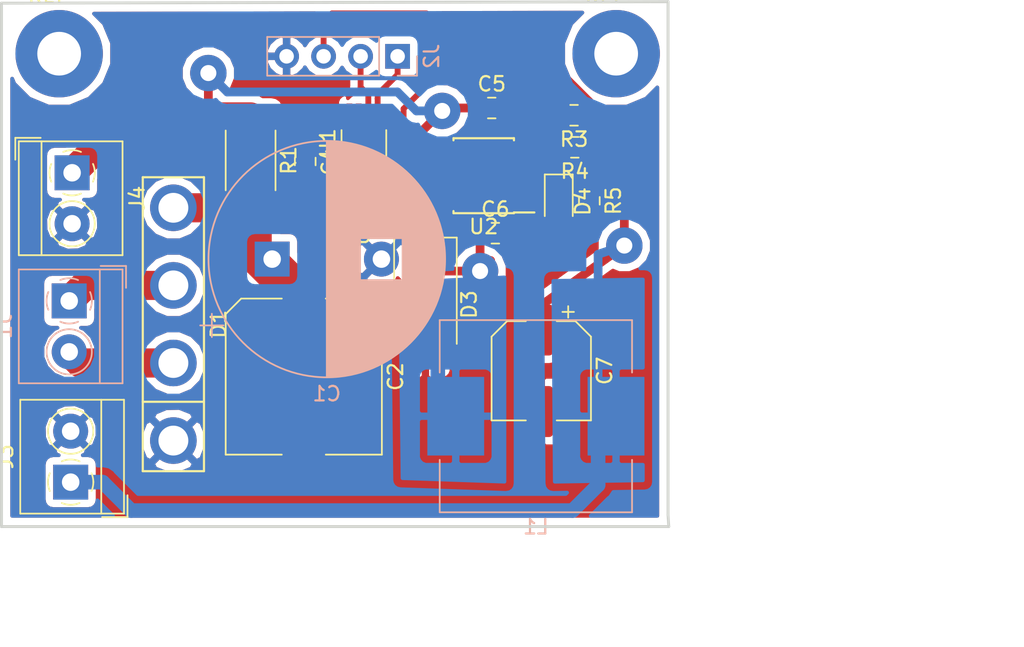
<source format=kicad_pcb>
(kicad_pcb (version 20171130) (host pcbnew "(5.0.2)-1")

  (general
    (thickness 1.6)
    (drawings 7)
    (tracks 105)
    (zones 0)
    (modules 23)
    (nets 16)
  )

  (page A4)
  (layers
    (0 F.Cu signal)
    (31 B.Cu signal)
    (32 B.Adhes user)
    (33 F.Adhes user)
    (34 B.Paste user)
    (35 F.Paste user)
    (36 B.SilkS user hide)
    (37 F.SilkS user hide)
    (38 B.Mask user)
    (39 F.Mask user)
    (40 Dwgs.User user)
    (41 Cmts.User user)
    (42 Eco1.User user)
    (43 Eco2.User user)
    (44 Edge.Cuts user)
    (45 Margin user)
    (46 B.CrtYd user)
    (47 F.CrtYd user)
    (48 B.Fab user)
    (49 F.Fab user hide)
  )

  (setup
    (last_trace_width 0.6)
    (trace_clearance 0.2)
    (zone_clearance 0.508)
    (zone_45_only no)
    (trace_min 0.2)
    (segment_width 0.2)
    (edge_width 0.15)
    (via_size 2.5)
    (via_drill 1.1)
    (via_min_size 0.4)
    (via_min_drill 0.3)
    (uvia_size 0.3)
    (uvia_drill 0.1)
    (uvias_allowed no)
    (uvia_min_size 0.2)
    (uvia_min_drill 0.1)
    (pcb_text_width 0.3)
    (pcb_text_size 1.5 1.5)
    (mod_edge_width 0.15)
    (mod_text_size 1 1)
    (mod_text_width 0.15)
    (pad_size 1.524 1.524)
    (pad_drill 0.762)
    (pad_to_mask_clearance 0.051)
    (solder_mask_min_width 0.25)
    (aux_axis_origin 96.82 116.46)
    (visible_elements FFFFF77F)
    (pcbplotparams
      (layerselection 0x01000_ffffffff)
      (usegerberextensions false)
      (usegerberattributes false)
      (usegerberadvancedattributes false)
      (creategerberjobfile false)
      (excludeedgelayer true)
      (linewidth 0.100000)
      (plotframeref false)
      (viasonmask false)
      (mode 1)
      (useauxorigin true)
      (hpglpennumber 1)
      (hpglpenspeed 20)
      (hpglpendiameter 15.000000)
      (psnegative false)
      (psa4output false)
      (plotreference true)
      (plotvalue true)
      (plotinvisibletext false)
      (padsonsilk false)
      (subtractmaskfromsilk false)
      (outputformat 1)
      (mirror false)
      (drillshape 0)
      (scaleselection 1)
      (outputdirectory ""))
  )

  (net 0 "")
  (net 1 VCC)
  (net 2 GND)
  (net 3 "Net-(D1-Pad2)")
  (net 4 "Net-(D1-Pad3)")
  (net 5 "Net-(C1-Pad1)")
  (net 6 "Net-(D4-Pad2)")
  (net 7 "Net-(R3-Pad2)")
  (net 8 "Net-(J2-Pad1)")
  (net 9 "Net-(J2-Pad2)")
  (net 10 "Net-(C6-Pad2)")
  (net 11 "Net-(U2-Pad2)")
  (net 12 "Net-(U2-Pad3)")
  (net 13 "Net-(U2-Pad5)")
  (net 14 "Net-(C6-Pad1)")
  (net 15 "Net-(C4-Pad1)")

  (net_class Default "This is the default net class."
    (clearance 0.2)
    (trace_width 0.6)
    (via_dia 2.5)
    (via_drill 1.1)
    (uvia_dia 0.3)
    (uvia_drill 0.1)
    (add_net GND)
    (add_net "Net-(C1-Pad1)")
    (add_net "Net-(C4-Pad1)")
    (add_net "Net-(C6-Pad1)")
    (add_net "Net-(C6-Pad2)")
    (add_net "Net-(D1-Pad2)")
    (add_net "Net-(D1-Pad3)")
    (add_net "Net-(D4-Pad2)")
    (add_net "Net-(J2-Pad1)")
    (add_net "Net-(J2-Pad2)")
    (add_net "Net-(R3-Pad2)")
    (add_net "Net-(U2-Pad2)")
    (add_net "Net-(U2-Pad3)")
    (add_net "Net-(U2-Pad5)")
    (add_net VCC)
  )

  (module MountingHole:MountingHole_3mm_Pad (layer F.Cu) (tedit 56D1B4CB) (tstamp 5C876DAF)
    (at 138.99 83.92)
    (descr "Mounting Hole 3mm")
    (tags "mounting hole 3mm")
    (attr virtual)
    (fp_text reference REF** (at 0 -4) (layer F.SilkS)
      (effects (font (size 1 1) (thickness 0.15)))
    )
    (fp_text value MountingHole_3mm_Pad (at 0 4) (layer F.Fab)
      (effects (font (size 1 1) (thickness 0.15)))
    )
    (fp_text user %R (at 0.3 0) (layer F.Fab)
      (effects (font (size 1 1) (thickness 0.15)))
    )
    (fp_circle (center 0 0) (end 3 0) (layer Cmts.User) (width 0.15))
    (fp_circle (center 0 0) (end 3.25 0) (layer F.CrtYd) (width 0.05))
    (pad 1 thru_hole circle (at 0 0) (size 6 6) (drill 3) (layers *.Cu *.Mask))
  )

  (module TerminalBlock_4Ucon:TerminalBlock_4Ucon_1x02_P3.50mm_Horizontal (layer F.Cu) (tedit 5B294E91) (tstamp 5C7B0264)
    (at 101.65 92.1 270)
    (descr "Terminal Block 4Ucon ItemNo. 19963, 2 pins, pitch 3.5mm, size 7.7x7mm^2, drill diamater 1.2mm, pad diameter 2.4mm, see http://www.4uconnector.com/online/object/4udrawing/19963.pdf, script-generated using https://github.com/pointhi/kicad-footprint-generator/scripts/TerminalBlock_4Ucon")
    (tags "THT Terminal Block 4Ucon ItemNo. 19963 pitch 3.5mm size 7.7x7mm^2 drill 1.2mm pad 2.4mm")
    (path /5C62CAF8)
    (fp_text reference J4 (at 1.75 -4.46 270) (layer F.SilkS)
      (effects (font (size 1 1) (thickness 0.15)))
    )
    (fp_text value 24VDC (at 1.75 4.66 270) (layer F.Fab)
      (effects (font (size 1 1) (thickness 0.15)))
    )
    (fp_arc (start 0 0) (end 0 1.555) (angle -23) (layer F.SilkS) (width 0.12))
    (fp_arc (start 0 0) (end 1.432 0.608) (angle -46) (layer F.SilkS) (width 0.12))
    (fp_arc (start 0 0) (end 0.608 -1.432) (angle -46) (layer F.SilkS) (width 0.12))
    (fp_arc (start 0 0) (end -1.432 -0.608) (angle -46) (layer F.SilkS) (width 0.12))
    (fp_arc (start 0 0) (end -0.608 1.432) (angle -24) (layer F.SilkS) (width 0.12))
    (fp_circle (center 0 0) (end 1.375 0) (layer F.Fab) (width 0.1))
    (fp_circle (center 3.5 0) (end 4.875 0) (layer F.Fab) (width 0.1))
    (fp_circle (center 3.5 0) (end 5.055 0) (layer F.SilkS) (width 0.12))
    (fp_line (start -2.1 -3.4) (end 5.6 -3.4) (layer F.Fab) (width 0.1))
    (fp_line (start 5.6 -3.4) (end 5.6 3.6) (layer F.Fab) (width 0.1))
    (fp_line (start 5.6 3.6) (end -0.6 3.6) (layer F.Fab) (width 0.1))
    (fp_line (start -0.6 3.6) (end -2.1 2.1) (layer F.Fab) (width 0.1))
    (fp_line (start -2.1 2.1) (end -2.1 -3.4) (layer F.Fab) (width 0.1))
    (fp_line (start -2.1 2.1) (end 5.6 2.1) (layer F.Fab) (width 0.1))
    (fp_line (start -2.16 2.1) (end 5.66 2.1) (layer F.SilkS) (width 0.12))
    (fp_line (start -2.16 -3.46) (end 5.66 -3.46) (layer F.SilkS) (width 0.12))
    (fp_line (start -2.16 3.66) (end 5.66 3.66) (layer F.SilkS) (width 0.12))
    (fp_line (start -2.16 -3.46) (end -2.16 3.66) (layer F.SilkS) (width 0.12))
    (fp_line (start 5.66 -3.46) (end 5.66 3.66) (layer F.SilkS) (width 0.12))
    (fp_line (start -1.1 -0.069) (end -0.069 -0.069) (layer F.Fab) (width 0.1))
    (fp_line (start -0.069 -0.069) (end -0.069 -1.1) (layer F.Fab) (width 0.1))
    (fp_line (start -0.069 -1.1) (end 0.069 -1.1) (layer F.Fab) (width 0.1))
    (fp_line (start 0.069 -1.1) (end 0.069 -0.069) (layer F.Fab) (width 0.1))
    (fp_line (start 0.069 -0.069) (end 1.1 -0.069) (layer F.Fab) (width 0.1))
    (fp_line (start 1.1 -0.069) (end 1.1 0.069) (layer F.Fab) (width 0.1))
    (fp_line (start 1.1 0.069) (end 0.069 0.069) (layer F.Fab) (width 0.1))
    (fp_line (start 0.069 0.069) (end 0.069 1.1) (layer F.Fab) (width 0.1))
    (fp_line (start 0.069 1.1) (end -0.069 1.1) (layer F.Fab) (width 0.1))
    (fp_line (start -0.069 1.1) (end -0.069 0.069) (layer F.Fab) (width 0.1))
    (fp_line (start -0.069 0.069) (end -1.1 0.069) (layer F.Fab) (width 0.1))
    (fp_line (start -1.1 0.069) (end -1.1 -0.069) (layer F.Fab) (width 0.1))
    (fp_line (start 2.4 -0.069) (end 3.431 -0.069) (layer F.Fab) (width 0.1))
    (fp_line (start 3.431 -0.069) (end 3.431 -1.1) (layer F.Fab) (width 0.1))
    (fp_line (start 3.431 -1.1) (end 3.569 -1.1) (layer F.Fab) (width 0.1))
    (fp_line (start 3.569 -1.1) (end 3.569 -0.069) (layer F.Fab) (width 0.1))
    (fp_line (start 3.569 -0.069) (end 4.6 -0.069) (layer F.Fab) (width 0.1))
    (fp_line (start 4.6 -0.069) (end 4.6 0.069) (layer F.Fab) (width 0.1))
    (fp_line (start 4.6 0.069) (end 3.569 0.069) (layer F.Fab) (width 0.1))
    (fp_line (start 3.569 0.069) (end 3.569 1.1) (layer F.Fab) (width 0.1))
    (fp_line (start 3.569 1.1) (end 3.431 1.1) (layer F.Fab) (width 0.1))
    (fp_line (start 3.431 1.1) (end 3.431 0.069) (layer F.Fab) (width 0.1))
    (fp_line (start 3.431 0.069) (end 2.4 0.069) (layer F.Fab) (width 0.1))
    (fp_line (start 2.4 0.069) (end 2.4 -0.069) (layer F.Fab) (width 0.1))
    (fp_line (start -2.4 2.16) (end -2.4 3.9) (layer F.SilkS) (width 0.12))
    (fp_line (start -2.4 3.9) (end -0.9 3.9) (layer F.SilkS) (width 0.12))
    (fp_line (start -2.6 -3.9) (end -2.6 4.1) (layer F.CrtYd) (width 0.05))
    (fp_line (start -2.6 4.1) (end 6.1 4.1) (layer F.CrtYd) (width 0.05))
    (fp_line (start 6.1 4.1) (end 6.1 -3.9) (layer F.CrtYd) (width 0.05))
    (fp_line (start 6.1 -3.9) (end -2.6 -3.9) (layer F.CrtYd) (width 0.05))
    (fp_text user %R (at 1.75 2.9 270) (layer F.Fab)
      (effects (font (size 1 1) (thickness 0.15)))
    )
    (pad 1 thru_hole rect (at 0 0 270) (size 2.4 2.4) (drill 1.2) (layers *.Cu *.Mask)
      (net 15 "Net-(C4-Pad1)"))
    (pad 2 thru_hole circle (at 3.5 0 270) (size 2.4 2.4) (drill 1.2) (layers *.Cu *.Mask)
      (net 2 GND))
    (model ${KISYS3DMOD}/TerminalBlock_4Ucon.3dshapes/TerminalBlock_4Ucon_1x02_P3.50mm_Horizontal.wrl
      (at (xyz 0 0 0))
      (scale (xyz 1 1 1))
      (rotate (xyz 0 0 0))
    )
  )

  (module Connector_PinHeader_2.54mm:PinHeader_1x04_P2.54mm_Vertical (layer B.Cu) (tedit 59FED5CC) (tstamp 5C7ACE7F)
    (at 123.99 84.1 90)
    (descr "Through hole straight pin header, 1x04, 2.54mm pitch, single row")
    (tags "Through hole pin header THT 1x04 2.54mm single row")
    (path /5C628DEC)
    (fp_text reference J2 (at 0 2.33 90) (layer B.SilkS)
      (effects (font (size 1 1) (thickness 0.15)) (justify mirror))
    )
    (fp_text value I2c (at 0 -9.95 90) (layer B.Fab)
      (effects (font (size 1 1) (thickness 0.15)) (justify mirror))
    )
    (fp_line (start -0.635 1.27) (end 1.27 1.27) (layer B.Fab) (width 0.1))
    (fp_line (start 1.27 1.27) (end 1.27 -8.89) (layer B.Fab) (width 0.1))
    (fp_line (start 1.27 -8.89) (end -1.27 -8.89) (layer B.Fab) (width 0.1))
    (fp_line (start -1.27 -8.89) (end -1.27 0.635) (layer B.Fab) (width 0.1))
    (fp_line (start -1.27 0.635) (end -0.635 1.27) (layer B.Fab) (width 0.1))
    (fp_line (start -1.33 -8.95) (end 1.33 -8.95) (layer B.SilkS) (width 0.12))
    (fp_line (start -1.33 -1.27) (end -1.33 -8.95) (layer B.SilkS) (width 0.12))
    (fp_line (start 1.33 -1.27) (end 1.33 -8.95) (layer B.SilkS) (width 0.12))
    (fp_line (start -1.33 -1.27) (end 1.33 -1.27) (layer B.SilkS) (width 0.12))
    (fp_line (start -1.33 0) (end -1.33 1.33) (layer B.SilkS) (width 0.12))
    (fp_line (start -1.33 1.33) (end 0 1.33) (layer B.SilkS) (width 0.12))
    (fp_line (start -1.8 1.8) (end -1.8 -9.4) (layer B.CrtYd) (width 0.05))
    (fp_line (start -1.8 -9.4) (end 1.8 -9.4) (layer B.CrtYd) (width 0.05))
    (fp_line (start 1.8 -9.4) (end 1.8 1.8) (layer B.CrtYd) (width 0.05))
    (fp_line (start 1.8 1.8) (end -1.8 1.8) (layer B.CrtYd) (width 0.05))
    (fp_text user %R (at 0 -3.81) (layer B.Fab)
      (effects (font (size 1 1) (thickness 0.15)) (justify mirror))
    )
    (pad 1 thru_hole rect (at 0 0 90) (size 1.7 1.7) (drill 1) (layers *.Cu *.Mask)
      (net 8 "Net-(J2-Pad1)"))
    (pad 2 thru_hole oval (at 0 -2.54 90) (size 1.7 1.7) (drill 1) (layers *.Cu *.Mask)
      (net 9 "Net-(J2-Pad2)"))
    (pad 3 thru_hole oval (at 0 -5.08 90) (size 1.7 1.7) (drill 1) (layers *.Cu *.Mask)
      (net 1 VCC))
    (pad 4 thru_hole oval (at 0 -7.62 90) (size 1.7 1.7) (drill 1) (layers *.Cu *.Mask)
      (net 2 GND))
    (model ${KISYS3DMOD}/Connector_PinHeader_2.54mm.3dshapes/PinHeader_1x04_P2.54mm_Vertical.wrl
      (at (xyz 0 0 0))
      (scale (xyz 1 1 1))
      (rotate (xyz 0 0 0))
    )
  )

  (module Capacitor_SMD:CP_Elec_10x12.5 (layer F.Cu) (tedit 5BCA39D1) (tstamp 5C7AB217)
    (at 117.55 106.1 270)
    (descr "SMD capacitor, aluminum electrolytic, Vishay 1012, 10.0x12.5mm, http://www.vishay.com/docs/28395/150crz.pdf")
    (tags "capacitor electrolytic")
    (path /5C61CC46)
    (attr smd)
    (fp_text reference C2 (at 0 -6.3 270) (layer F.SilkS)
      (effects (font (size 1 1) (thickness 0.15)))
    )
    (fp_text value 100uF (at 0 6.3 270) (layer F.Fab)
      (effects (font (size 1 1) (thickness 0.15)))
    )
    (fp_circle (center 0 0) (end 5 0) (layer F.Fab) (width 0.1))
    (fp_line (start 5.25 -5.25) (end 5.25 5.25) (layer F.Fab) (width 0.1))
    (fp_line (start -4.25 -5.25) (end 5.25 -5.25) (layer F.Fab) (width 0.1))
    (fp_line (start -4.25 5.25) (end 5.25 5.25) (layer F.Fab) (width 0.1))
    (fp_line (start -5.25 -4.25) (end -5.25 4.25) (layer F.Fab) (width 0.1))
    (fp_line (start -5.25 -4.25) (end -4.25 -5.25) (layer F.Fab) (width 0.1))
    (fp_line (start -5.25 4.25) (end -4.25 5.25) (layer F.Fab) (width 0.1))
    (fp_line (start -4.558325 -1.7) (end -3.558325 -1.7) (layer F.Fab) (width 0.1))
    (fp_line (start -4.058325 -2.2) (end -4.058325 -1.2) (layer F.Fab) (width 0.1))
    (fp_line (start 5.36 5.36) (end 5.36 1.51) (layer F.SilkS) (width 0.12))
    (fp_line (start 5.36 -5.36) (end 5.36 -1.51) (layer F.SilkS) (width 0.12))
    (fp_line (start -4.295563 -5.36) (end 5.36 -5.36) (layer F.SilkS) (width 0.12))
    (fp_line (start -4.295563 5.36) (end 5.36 5.36) (layer F.SilkS) (width 0.12))
    (fp_line (start -5.36 4.295563) (end -5.36 1.51) (layer F.SilkS) (width 0.12))
    (fp_line (start -5.36 -4.295563) (end -5.36 -1.51) (layer F.SilkS) (width 0.12))
    (fp_line (start -5.36 -4.295563) (end -4.295563 -5.36) (layer F.SilkS) (width 0.12))
    (fp_line (start -5.36 4.295563) (end -4.295563 5.36) (layer F.SilkS) (width 0.12))
    (fp_line (start -6.85 -2.76) (end -5.6 -2.76) (layer F.SilkS) (width 0.12))
    (fp_line (start -6.225 -3.385) (end -6.225 -2.135) (layer F.SilkS) (width 0.12))
    (fp_line (start 5.5 -5.5) (end 5.5 -1.5) (layer F.CrtYd) (width 0.05))
    (fp_line (start 5.5 -1.5) (end 6.65 -1.5) (layer F.CrtYd) (width 0.05))
    (fp_line (start 6.65 -1.5) (end 6.65 1.5) (layer F.CrtYd) (width 0.05))
    (fp_line (start 6.65 1.5) (end 5.5 1.5) (layer F.CrtYd) (width 0.05))
    (fp_line (start 5.5 1.5) (end 5.5 5.5) (layer F.CrtYd) (width 0.05))
    (fp_line (start -4.35 5.5) (end 5.5 5.5) (layer F.CrtYd) (width 0.05))
    (fp_line (start -4.35 -5.5) (end 5.5 -5.5) (layer F.CrtYd) (width 0.05))
    (fp_line (start -5.5 4.35) (end -4.35 5.5) (layer F.CrtYd) (width 0.05))
    (fp_line (start -5.5 -4.35) (end -4.35 -5.5) (layer F.CrtYd) (width 0.05))
    (fp_line (start -5.5 -4.35) (end -5.5 -1.5) (layer F.CrtYd) (width 0.05))
    (fp_line (start -5.5 1.5) (end -5.5 4.35) (layer F.CrtYd) (width 0.05))
    (fp_line (start -5.5 -1.5) (end -6.65 -1.5) (layer F.CrtYd) (width 0.05))
    (fp_line (start -6.65 -1.5) (end -6.65 1.5) (layer F.CrtYd) (width 0.05))
    (fp_line (start -6.65 1.5) (end -5.5 1.5) (layer F.CrtYd) (width 0.05))
    (fp_text user %R (at 0 0 270) (layer F.Fab)
      (effects (font (size 1 1) (thickness 0.15)))
    )
    (pad 1 smd roundrect (at -4.2 0 270) (size 4.4 2.5) (layers F.Cu F.Paste F.Mask) (roundrect_rratio 0.1)
      (net 5 "Net-(C1-Pad1)"))
    (pad 2 smd roundrect (at 4.2 0 270) (size 4.4 2.5) (layers F.Cu F.Paste F.Mask) (roundrect_rratio 0.1)
      (net 2 GND))
    (model ${KISYS3DMOD}/Capacitor_SMD.3dshapes/CP_Elec_10x12.5.wrl
      (at (xyz 0 0 0))
      (scale (xyz 1 1 1))
      (rotate (xyz 0 0 0))
    )
  )

  (module Capacitor_THT:CP_Radial_D16.0mm_P7.50mm (layer B.Cu) (tedit 5AE50EF1) (tstamp 5C7AB029)
    (at 115.38 98.03)
    (descr "CP, Radial series, Radial, pin pitch=7.50mm, , diameter=16mm, Electrolytic Capacitor")
    (tags "CP Radial series Radial pin pitch 7.50mm  diameter 16mm Electrolytic Capacitor")
    (path /5C61CBF0)
    (fp_text reference C1 (at 3.75 9.25) (layer B.SilkS)
      (effects (font (size 1 1) (thickness 0.15)) (justify mirror))
    )
    (fp_text value 100uF (at 3.75 -9.25) (layer B.Fab)
      (effects (font (size 1 1) (thickness 0.15)) (justify mirror))
    )
    (fp_circle (center 3.75 0) (end 11.75 0) (layer B.Fab) (width 0.1))
    (fp_circle (center 3.75 0) (end 11.87 0) (layer B.SilkS) (width 0.12))
    (fp_circle (center 3.75 0) (end 12 0) (layer B.CrtYd) (width 0.05))
    (fp_line (start -3.125168 3.5075) (end -1.525168 3.5075) (layer B.Fab) (width 0.1))
    (fp_line (start -2.325168 4.3075) (end -2.325168 2.7075) (layer B.Fab) (width 0.1))
    (fp_line (start 3.75 8.081) (end 3.75 -8.081) (layer B.SilkS) (width 0.12))
    (fp_line (start 3.79 8.08) (end 3.79 -8.08) (layer B.SilkS) (width 0.12))
    (fp_line (start 3.83 8.08) (end 3.83 -8.08) (layer B.SilkS) (width 0.12))
    (fp_line (start 3.87 8.08) (end 3.87 -8.08) (layer B.SilkS) (width 0.12))
    (fp_line (start 3.91 8.079) (end 3.91 -8.079) (layer B.SilkS) (width 0.12))
    (fp_line (start 3.95 8.078) (end 3.95 -8.078) (layer B.SilkS) (width 0.12))
    (fp_line (start 3.99 8.077) (end 3.99 -8.077) (layer B.SilkS) (width 0.12))
    (fp_line (start 4.03 8.076) (end 4.03 -8.076) (layer B.SilkS) (width 0.12))
    (fp_line (start 4.07 8.074) (end 4.07 -8.074) (layer B.SilkS) (width 0.12))
    (fp_line (start 4.11 8.073) (end 4.11 -8.073) (layer B.SilkS) (width 0.12))
    (fp_line (start 4.15 8.071) (end 4.15 -8.071) (layer B.SilkS) (width 0.12))
    (fp_line (start 4.19 8.069) (end 4.19 -8.069) (layer B.SilkS) (width 0.12))
    (fp_line (start 4.23 8.066) (end 4.23 -8.066) (layer B.SilkS) (width 0.12))
    (fp_line (start 4.27 8.064) (end 4.27 -8.064) (layer B.SilkS) (width 0.12))
    (fp_line (start 4.31 8.061) (end 4.31 -8.061) (layer B.SilkS) (width 0.12))
    (fp_line (start 4.35 8.058) (end 4.35 -8.058) (layer B.SilkS) (width 0.12))
    (fp_line (start 4.39 8.055) (end 4.39 -8.055) (layer B.SilkS) (width 0.12))
    (fp_line (start 4.43 8.052) (end 4.43 -8.052) (layer B.SilkS) (width 0.12))
    (fp_line (start 4.471 8.049) (end 4.471 -8.049) (layer B.SilkS) (width 0.12))
    (fp_line (start 4.511 8.045) (end 4.511 -8.045) (layer B.SilkS) (width 0.12))
    (fp_line (start 4.551 8.041) (end 4.551 -8.041) (layer B.SilkS) (width 0.12))
    (fp_line (start 4.591 8.037) (end 4.591 -8.037) (layer B.SilkS) (width 0.12))
    (fp_line (start 4.631 8.033) (end 4.631 -8.033) (layer B.SilkS) (width 0.12))
    (fp_line (start 4.671 8.028) (end 4.671 -8.028) (layer B.SilkS) (width 0.12))
    (fp_line (start 4.711 8.024) (end 4.711 -8.024) (layer B.SilkS) (width 0.12))
    (fp_line (start 4.751 8.019) (end 4.751 -8.019) (layer B.SilkS) (width 0.12))
    (fp_line (start 4.791 8.014) (end 4.791 -8.014) (layer B.SilkS) (width 0.12))
    (fp_line (start 4.831 8.008) (end 4.831 -8.008) (layer B.SilkS) (width 0.12))
    (fp_line (start 4.871 8.003) (end 4.871 -8.003) (layer B.SilkS) (width 0.12))
    (fp_line (start 4.911 7.997) (end 4.911 -7.997) (layer B.SilkS) (width 0.12))
    (fp_line (start 4.951 7.991) (end 4.951 -7.991) (layer B.SilkS) (width 0.12))
    (fp_line (start 4.991 7.985) (end 4.991 -7.985) (layer B.SilkS) (width 0.12))
    (fp_line (start 5.031 7.979) (end 5.031 -7.979) (layer B.SilkS) (width 0.12))
    (fp_line (start 5.071 7.972) (end 5.071 -7.972) (layer B.SilkS) (width 0.12))
    (fp_line (start 5.111 7.966) (end 5.111 -7.966) (layer B.SilkS) (width 0.12))
    (fp_line (start 5.151 7.959) (end 5.151 -7.959) (layer B.SilkS) (width 0.12))
    (fp_line (start 5.191 7.952) (end 5.191 -7.952) (layer B.SilkS) (width 0.12))
    (fp_line (start 5.231 7.944) (end 5.231 -7.944) (layer B.SilkS) (width 0.12))
    (fp_line (start 5.271 7.937) (end 5.271 -7.937) (layer B.SilkS) (width 0.12))
    (fp_line (start 5.311 7.929) (end 5.311 -7.929) (layer B.SilkS) (width 0.12))
    (fp_line (start 5.351 7.921) (end 5.351 -7.921) (layer B.SilkS) (width 0.12))
    (fp_line (start 5.391 7.913) (end 5.391 -7.913) (layer B.SilkS) (width 0.12))
    (fp_line (start 5.431 7.905) (end 5.431 -7.905) (layer B.SilkS) (width 0.12))
    (fp_line (start 5.471 7.896) (end 5.471 -7.896) (layer B.SilkS) (width 0.12))
    (fp_line (start 5.511 7.887) (end 5.511 -7.887) (layer B.SilkS) (width 0.12))
    (fp_line (start 5.551 7.878) (end 5.551 -7.878) (layer B.SilkS) (width 0.12))
    (fp_line (start 5.591 7.869) (end 5.591 -7.869) (layer B.SilkS) (width 0.12))
    (fp_line (start 5.631 7.86) (end 5.631 -7.86) (layer B.SilkS) (width 0.12))
    (fp_line (start 5.671 7.85) (end 5.671 -7.85) (layer B.SilkS) (width 0.12))
    (fp_line (start 5.711 7.84) (end 5.711 -7.84) (layer B.SilkS) (width 0.12))
    (fp_line (start 5.751 7.83) (end 5.751 -7.83) (layer B.SilkS) (width 0.12))
    (fp_line (start 5.791 7.82) (end 5.791 -7.82) (layer B.SilkS) (width 0.12))
    (fp_line (start 5.831 7.81) (end 5.831 -7.81) (layer B.SilkS) (width 0.12))
    (fp_line (start 5.871 7.799) (end 5.871 -7.799) (layer B.SilkS) (width 0.12))
    (fp_line (start 5.911 7.788) (end 5.911 -7.788) (layer B.SilkS) (width 0.12))
    (fp_line (start 5.951 7.777) (end 5.951 -7.777) (layer B.SilkS) (width 0.12))
    (fp_line (start 5.991 7.765) (end 5.991 -7.765) (layer B.SilkS) (width 0.12))
    (fp_line (start 6.031 7.754) (end 6.031 -7.754) (layer B.SilkS) (width 0.12))
    (fp_line (start 6.071 7.742) (end 6.071 1.44) (layer B.SilkS) (width 0.12))
    (fp_line (start 6.071 -1.44) (end 6.071 -7.742) (layer B.SilkS) (width 0.12))
    (fp_line (start 6.111 7.73) (end 6.111 1.44) (layer B.SilkS) (width 0.12))
    (fp_line (start 6.111 -1.44) (end 6.111 -7.73) (layer B.SilkS) (width 0.12))
    (fp_line (start 6.151 7.718) (end 6.151 1.44) (layer B.SilkS) (width 0.12))
    (fp_line (start 6.151 -1.44) (end 6.151 -7.718) (layer B.SilkS) (width 0.12))
    (fp_line (start 6.191 7.705) (end 6.191 1.44) (layer B.SilkS) (width 0.12))
    (fp_line (start 6.191 -1.44) (end 6.191 -7.705) (layer B.SilkS) (width 0.12))
    (fp_line (start 6.231 7.693) (end 6.231 1.44) (layer B.SilkS) (width 0.12))
    (fp_line (start 6.231 -1.44) (end 6.231 -7.693) (layer B.SilkS) (width 0.12))
    (fp_line (start 6.271 7.68) (end 6.271 1.44) (layer B.SilkS) (width 0.12))
    (fp_line (start 6.271 -1.44) (end 6.271 -7.68) (layer B.SilkS) (width 0.12))
    (fp_line (start 6.311 7.666) (end 6.311 1.44) (layer B.SilkS) (width 0.12))
    (fp_line (start 6.311 -1.44) (end 6.311 -7.666) (layer B.SilkS) (width 0.12))
    (fp_line (start 6.351 7.653) (end 6.351 1.44) (layer B.SilkS) (width 0.12))
    (fp_line (start 6.351 -1.44) (end 6.351 -7.653) (layer B.SilkS) (width 0.12))
    (fp_line (start 6.391 7.639) (end 6.391 1.44) (layer B.SilkS) (width 0.12))
    (fp_line (start 6.391 -1.44) (end 6.391 -7.639) (layer B.SilkS) (width 0.12))
    (fp_line (start 6.431 7.625) (end 6.431 1.44) (layer B.SilkS) (width 0.12))
    (fp_line (start 6.431 -1.44) (end 6.431 -7.625) (layer B.SilkS) (width 0.12))
    (fp_line (start 6.471 7.611) (end 6.471 1.44) (layer B.SilkS) (width 0.12))
    (fp_line (start 6.471 -1.44) (end 6.471 -7.611) (layer B.SilkS) (width 0.12))
    (fp_line (start 6.511 7.597) (end 6.511 1.44) (layer B.SilkS) (width 0.12))
    (fp_line (start 6.511 -1.44) (end 6.511 -7.597) (layer B.SilkS) (width 0.12))
    (fp_line (start 6.551 7.582) (end 6.551 1.44) (layer B.SilkS) (width 0.12))
    (fp_line (start 6.551 -1.44) (end 6.551 -7.582) (layer B.SilkS) (width 0.12))
    (fp_line (start 6.591 7.568) (end 6.591 1.44) (layer B.SilkS) (width 0.12))
    (fp_line (start 6.591 -1.44) (end 6.591 -7.568) (layer B.SilkS) (width 0.12))
    (fp_line (start 6.631 7.553) (end 6.631 1.44) (layer B.SilkS) (width 0.12))
    (fp_line (start 6.631 -1.44) (end 6.631 -7.553) (layer B.SilkS) (width 0.12))
    (fp_line (start 6.671 7.537) (end 6.671 1.44) (layer B.SilkS) (width 0.12))
    (fp_line (start 6.671 -1.44) (end 6.671 -7.537) (layer B.SilkS) (width 0.12))
    (fp_line (start 6.711 7.522) (end 6.711 1.44) (layer B.SilkS) (width 0.12))
    (fp_line (start 6.711 -1.44) (end 6.711 -7.522) (layer B.SilkS) (width 0.12))
    (fp_line (start 6.751 7.506) (end 6.751 1.44) (layer B.SilkS) (width 0.12))
    (fp_line (start 6.751 -1.44) (end 6.751 -7.506) (layer B.SilkS) (width 0.12))
    (fp_line (start 6.791 7.49) (end 6.791 1.44) (layer B.SilkS) (width 0.12))
    (fp_line (start 6.791 -1.44) (end 6.791 -7.49) (layer B.SilkS) (width 0.12))
    (fp_line (start 6.831 7.474) (end 6.831 1.44) (layer B.SilkS) (width 0.12))
    (fp_line (start 6.831 -1.44) (end 6.831 -7.474) (layer B.SilkS) (width 0.12))
    (fp_line (start 6.871 7.457) (end 6.871 1.44) (layer B.SilkS) (width 0.12))
    (fp_line (start 6.871 -1.44) (end 6.871 -7.457) (layer B.SilkS) (width 0.12))
    (fp_line (start 6.911 7.44) (end 6.911 1.44) (layer B.SilkS) (width 0.12))
    (fp_line (start 6.911 -1.44) (end 6.911 -7.44) (layer B.SilkS) (width 0.12))
    (fp_line (start 6.951 7.423) (end 6.951 1.44) (layer B.SilkS) (width 0.12))
    (fp_line (start 6.951 -1.44) (end 6.951 -7.423) (layer B.SilkS) (width 0.12))
    (fp_line (start 6.991 7.406) (end 6.991 1.44) (layer B.SilkS) (width 0.12))
    (fp_line (start 6.991 -1.44) (end 6.991 -7.406) (layer B.SilkS) (width 0.12))
    (fp_line (start 7.031 7.389) (end 7.031 1.44) (layer B.SilkS) (width 0.12))
    (fp_line (start 7.031 -1.44) (end 7.031 -7.389) (layer B.SilkS) (width 0.12))
    (fp_line (start 7.071 7.371) (end 7.071 1.44) (layer B.SilkS) (width 0.12))
    (fp_line (start 7.071 -1.44) (end 7.071 -7.371) (layer B.SilkS) (width 0.12))
    (fp_line (start 7.111 7.353) (end 7.111 1.44) (layer B.SilkS) (width 0.12))
    (fp_line (start 7.111 -1.44) (end 7.111 -7.353) (layer B.SilkS) (width 0.12))
    (fp_line (start 7.151 7.334) (end 7.151 1.44) (layer B.SilkS) (width 0.12))
    (fp_line (start 7.151 -1.44) (end 7.151 -7.334) (layer B.SilkS) (width 0.12))
    (fp_line (start 7.191 7.316) (end 7.191 1.44) (layer B.SilkS) (width 0.12))
    (fp_line (start 7.191 -1.44) (end 7.191 -7.316) (layer B.SilkS) (width 0.12))
    (fp_line (start 7.231 7.297) (end 7.231 1.44) (layer B.SilkS) (width 0.12))
    (fp_line (start 7.231 -1.44) (end 7.231 -7.297) (layer B.SilkS) (width 0.12))
    (fp_line (start 7.271 7.278) (end 7.271 1.44) (layer B.SilkS) (width 0.12))
    (fp_line (start 7.271 -1.44) (end 7.271 -7.278) (layer B.SilkS) (width 0.12))
    (fp_line (start 7.311 7.258) (end 7.311 1.44) (layer B.SilkS) (width 0.12))
    (fp_line (start 7.311 -1.44) (end 7.311 -7.258) (layer B.SilkS) (width 0.12))
    (fp_line (start 7.351 7.239) (end 7.351 1.44) (layer B.SilkS) (width 0.12))
    (fp_line (start 7.351 -1.44) (end 7.351 -7.239) (layer B.SilkS) (width 0.12))
    (fp_line (start 7.391 7.219) (end 7.391 1.44) (layer B.SilkS) (width 0.12))
    (fp_line (start 7.391 -1.44) (end 7.391 -7.219) (layer B.SilkS) (width 0.12))
    (fp_line (start 7.431 7.199) (end 7.431 1.44) (layer B.SilkS) (width 0.12))
    (fp_line (start 7.431 -1.44) (end 7.431 -7.199) (layer B.SilkS) (width 0.12))
    (fp_line (start 7.471 7.178) (end 7.471 1.44) (layer B.SilkS) (width 0.12))
    (fp_line (start 7.471 -1.44) (end 7.471 -7.178) (layer B.SilkS) (width 0.12))
    (fp_line (start 7.511 7.157) (end 7.511 1.44) (layer B.SilkS) (width 0.12))
    (fp_line (start 7.511 -1.44) (end 7.511 -7.157) (layer B.SilkS) (width 0.12))
    (fp_line (start 7.551 7.136) (end 7.551 1.44) (layer B.SilkS) (width 0.12))
    (fp_line (start 7.551 -1.44) (end 7.551 -7.136) (layer B.SilkS) (width 0.12))
    (fp_line (start 7.591 7.115) (end 7.591 1.44) (layer B.SilkS) (width 0.12))
    (fp_line (start 7.591 -1.44) (end 7.591 -7.115) (layer B.SilkS) (width 0.12))
    (fp_line (start 7.631 7.094) (end 7.631 1.44) (layer B.SilkS) (width 0.12))
    (fp_line (start 7.631 -1.44) (end 7.631 -7.094) (layer B.SilkS) (width 0.12))
    (fp_line (start 7.671 7.072) (end 7.671 1.44) (layer B.SilkS) (width 0.12))
    (fp_line (start 7.671 -1.44) (end 7.671 -7.072) (layer B.SilkS) (width 0.12))
    (fp_line (start 7.711 7.049) (end 7.711 1.44) (layer B.SilkS) (width 0.12))
    (fp_line (start 7.711 -1.44) (end 7.711 -7.049) (layer B.SilkS) (width 0.12))
    (fp_line (start 7.751 7.027) (end 7.751 1.44) (layer B.SilkS) (width 0.12))
    (fp_line (start 7.751 -1.44) (end 7.751 -7.027) (layer B.SilkS) (width 0.12))
    (fp_line (start 7.791 7.004) (end 7.791 1.44) (layer B.SilkS) (width 0.12))
    (fp_line (start 7.791 -1.44) (end 7.791 -7.004) (layer B.SilkS) (width 0.12))
    (fp_line (start 7.831 6.981) (end 7.831 1.44) (layer B.SilkS) (width 0.12))
    (fp_line (start 7.831 -1.44) (end 7.831 -6.981) (layer B.SilkS) (width 0.12))
    (fp_line (start 7.871 6.958) (end 7.871 1.44) (layer B.SilkS) (width 0.12))
    (fp_line (start 7.871 -1.44) (end 7.871 -6.958) (layer B.SilkS) (width 0.12))
    (fp_line (start 7.911 6.934) (end 7.911 1.44) (layer B.SilkS) (width 0.12))
    (fp_line (start 7.911 -1.44) (end 7.911 -6.934) (layer B.SilkS) (width 0.12))
    (fp_line (start 7.951 6.91) (end 7.951 1.44) (layer B.SilkS) (width 0.12))
    (fp_line (start 7.951 -1.44) (end 7.951 -6.91) (layer B.SilkS) (width 0.12))
    (fp_line (start 7.991 6.886) (end 7.991 1.44) (layer B.SilkS) (width 0.12))
    (fp_line (start 7.991 -1.44) (end 7.991 -6.886) (layer B.SilkS) (width 0.12))
    (fp_line (start 8.031 6.861) (end 8.031 1.44) (layer B.SilkS) (width 0.12))
    (fp_line (start 8.031 -1.44) (end 8.031 -6.861) (layer B.SilkS) (width 0.12))
    (fp_line (start 8.071 6.836) (end 8.071 1.44) (layer B.SilkS) (width 0.12))
    (fp_line (start 8.071 -1.44) (end 8.071 -6.836) (layer B.SilkS) (width 0.12))
    (fp_line (start 8.111 6.811) (end 8.111 1.44) (layer B.SilkS) (width 0.12))
    (fp_line (start 8.111 -1.44) (end 8.111 -6.811) (layer B.SilkS) (width 0.12))
    (fp_line (start 8.151 6.785) (end 8.151 1.44) (layer B.SilkS) (width 0.12))
    (fp_line (start 8.151 -1.44) (end 8.151 -6.785) (layer B.SilkS) (width 0.12))
    (fp_line (start 8.191 6.759) (end 8.191 1.44) (layer B.SilkS) (width 0.12))
    (fp_line (start 8.191 -1.44) (end 8.191 -6.759) (layer B.SilkS) (width 0.12))
    (fp_line (start 8.231 6.733) (end 8.231 1.44) (layer B.SilkS) (width 0.12))
    (fp_line (start 8.231 -1.44) (end 8.231 -6.733) (layer B.SilkS) (width 0.12))
    (fp_line (start 8.271 6.706) (end 8.271 1.44) (layer B.SilkS) (width 0.12))
    (fp_line (start 8.271 -1.44) (end 8.271 -6.706) (layer B.SilkS) (width 0.12))
    (fp_line (start 8.311 6.679) (end 8.311 1.44) (layer B.SilkS) (width 0.12))
    (fp_line (start 8.311 -1.44) (end 8.311 -6.679) (layer B.SilkS) (width 0.12))
    (fp_line (start 8.351 6.652) (end 8.351 1.44) (layer B.SilkS) (width 0.12))
    (fp_line (start 8.351 -1.44) (end 8.351 -6.652) (layer B.SilkS) (width 0.12))
    (fp_line (start 8.391 6.624) (end 8.391 1.44) (layer B.SilkS) (width 0.12))
    (fp_line (start 8.391 -1.44) (end 8.391 -6.624) (layer B.SilkS) (width 0.12))
    (fp_line (start 8.431 6.596) (end 8.431 1.44) (layer B.SilkS) (width 0.12))
    (fp_line (start 8.431 -1.44) (end 8.431 -6.596) (layer B.SilkS) (width 0.12))
    (fp_line (start 8.471 6.568) (end 8.471 1.44) (layer B.SilkS) (width 0.12))
    (fp_line (start 8.471 -1.44) (end 8.471 -6.568) (layer B.SilkS) (width 0.12))
    (fp_line (start 8.511 6.539) (end 8.511 1.44) (layer B.SilkS) (width 0.12))
    (fp_line (start 8.511 -1.44) (end 8.511 -6.539) (layer B.SilkS) (width 0.12))
    (fp_line (start 8.551 6.51) (end 8.551 1.44) (layer B.SilkS) (width 0.12))
    (fp_line (start 8.551 -1.44) (end 8.551 -6.51) (layer B.SilkS) (width 0.12))
    (fp_line (start 8.591 6.48) (end 8.591 1.44) (layer B.SilkS) (width 0.12))
    (fp_line (start 8.591 -1.44) (end 8.591 -6.48) (layer B.SilkS) (width 0.12))
    (fp_line (start 8.631 6.45) (end 8.631 1.44) (layer B.SilkS) (width 0.12))
    (fp_line (start 8.631 -1.44) (end 8.631 -6.45) (layer B.SilkS) (width 0.12))
    (fp_line (start 8.671 6.42) (end 8.671 1.44) (layer B.SilkS) (width 0.12))
    (fp_line (start 8.671 -1.44) (end 8.671 -6.42) (layer B.SilkS) (width 0.12))
    (fp_line (start 8.711 6.39) (end 8.711 1.44) (layer B.SilkS) (width 0.12))
    (fp_line (start 8.711 -1.44) (end 8.711 -6.39) (layer B.SilkS) (width 0.12))
    (fp_line (start 8.751 6.358) (end 8.751 1.44) (layer B.SilkS) (width 0.12))
    (fp_line (start 8.751 -1.44) (end 8.751 -6.358) (layer B.SilkS) (width 0.12))
    (fp_line (start 8.791 6.327) (end 8.791 1.44) (layer B.SilkS) (width 0.12))
    (fp_line (start 8.791 -1.44) (end 8.791 -6.327) (layer B.SilkS) (width 0.12))
    (fp_line (start 8.831 6.295) (end 8.831 1.44) (layer B.SilkS) (width 0.12))
    (fp_line (start 8.831 -1.44) (end 8.831 -6.295) (layer B.SilkS) (width 0.12))
    (fp_line (start 8.871 6.263) (end 8.871 1.44) (layer B.SilkS) (width 0.12))
    (fp_line (start 8.871 -1.44) (end 8.871 -6.263) (layer B.SilkS) (width 0.12))
    (fp_line (start 8.911 6.23) (end 8.911 1.44) (layer B.SilkS) (width 0.12))
    (fp_line (start 8.911 -1.44) (end 8.911 -6.23) (layer B.SilkS) (width 0.12))
    (fp_line (start 8.951 6.197) (end 8.951 -6.197) (layer B.SilkS) (width 0.12))
    (fp_line (start 8.991 6.163) (end 8.991 -6.163) (layer B.SilkS) (width 0.12))
    (fp_line (start 9.031 6.129) (end 9.031 -6.129) (layer B.SilkS) (width 0.12))
    (fp_line (start 9.071 6.095) (end 9.071 -6.095) (layer B.SilkS) (width 0.12))
    (fp_line (start 9.111 6.06) (end 9.111 -6.06) (layer B.SilkS) (width 0.12))
    (fp_line (start 9.151 6.025) (end 9.151 -6.025) (layer B.SilkS) (width 0.12))
    (fp_line (start 9.191 5.989) (end 9.191 -5.989) (layer B.SilkS) (width 0.12))
    (fp_line (start 9.231 5.952) (end 9.231 -5.952) (layer B.SilkS) (width 0.12))
    (fp_line (start 9.271 5.916) (end 9.271 -5.916) (layer B.SilkS) (width 0.12))
    (fp_line (start 9.311 5.878) (end 9.311 -5.878) (layer B.SilkS) (width 0.12))
    (fp_line (start 9.351 5.84) (end 9.351 -5.84) (layer B.SilkS) (width 0.12))
    (fp_line (start 9.391 5.802) (end 9.391 -5.802) (layer B.SilkS) (width 0.12))
    (fp_line (start 9.431 5.763) (end 9.431 -5.763) (layer B.SilkS) (width 0.12))
    (fp_line (start 9.471 5.724) (end 9.471 -5.724) (layer B.SilkS) (width 0.12))
    (fp_line (start 9.511 5.684) (end 9.511 -5.684) (layer B.SilkS) (width 0.12))
    (fp_line (start 9.551 5.643) (end 9.551 -5.643) (layer B.SilkS) (width 0.12))
    (fp_line (start 9.591 5.602) (end 9.591 -5.602) (layer B.SilkS) (width 0.12))
    (fp_line (start 9.631 5.56) (end 9.631 -5.56) (layer B.SilkS) (width 0.12))
    (fp_line (start 9.671 5.518) (end 9.671 -5.518) (layer B.SilkS) (width 0.12))
    (fp_line (start 9.711 5.475) (end 9.711 -5.475) (layer B.SilkS) (width 0.12))
    (fp_line (start 9.751 5.432) (end 9.751 -5.432) (layer B.SilkS) (width 0.12))
    (fp_line (start 9.791 5.388) (end 9.791 -5.388) (layer B.SilkS) (width 0.12))
    (fp_line (start 9.831 5.343) (end 9.831 -5.343) (layer B.SilkS) (width 0.12))
    (fp_line (start 9.871 5.297) (end 9.871 -5.297) (layer B.SilkS) (width 0.12))
    (fp_line (start 9.911 5.251) (end 9.911 -5.251) (layer B.SilkS) (width 0.12))
    (fp_line (start 9.951 5.204) (end 9.951 -5.204) (layer B.SilkS) (width 0.12))
    (fp_line (start 9.991 5.156) (end 9.991 -5.156) (layer B.SilkS) (width 0.12))
    (fp_line (start 10.031 5.108) (end 10.031 -5.108) (layer B.SilkS) (width 0.12))
    (fp_line (start 10.071 5.059) (end 10.071 -5.059) (layer B.SilkS) (width 0.12))
    (fp_line (start 10.111 5.009) (end 10.111 -5.009) (layer B.SilkS) (width 0.12))
    (fp_line (start 10.151 4.958) (end 10.151 -4.958) (layer B.SilkS) (width 0.12))
    (fp_line (start 10.191 4.906) (end 10.191 -4.906) (layer B.SilkS) (width 0.12))
    (fp_line (start 10.231 4.854) (end 10.231 -4.854) (layer B.SilkS) (width 0.12))
    (fp_line (start 10.271 4.8) (end 10.271 -4.8) (layer B.SilkS) (width 0.12))
    (fp_line (start 10.311 4.746) (end 10.311 -4.746) (layer B.SilkS) (width 0.12))
    (fp_line (start 10.351 4.691) (end 10.351 -4.691) (layer B.SilkS) (width 0.12))
    (fp_line (start 10.391 4.634) (end 10.391 -4.634) (layer B.SilkS) (width 0.12))
    (fp_line (start 10.431 4.577) (end 10.431 -4.577) (layer B.SilkS) (width 0.12))
    (fp_line (start 10.471 4.519) (end 10.471 -4.519) (layer B.SilkS) (width 0.12))
    (fp_line (start 10.511 4.459) (end 10.511 -4.459) (layer B.SilkS) (width 0.12))
    (fp_line (start 10.551 4.398) (end 10.551 -4.398) (layer B.SilkS) (width 0.12))
    (fp_line (start 10.591 4.336) (end 10.591 -4.336) (layer B.SilkS) (width 0.12))
    (fp_line (start 10.631 4.273) (end 10.631 -4.273) (layer B.SilkS) (width 0.12))
    (fp_line (start 10.671 4.209) (end 10.671 -4.209) (layer B.SilkS) (width 0.12))
    (fp_line (start 10.711 4.143) (end 10.711 -4.143) (layer B.SilkS) (width 0.12))
    (fp_line (start 10.751 4.076) (end 10.751 -4.076) (layer B.SilkS) (width 0.12))
    (fp_line (start 10.791 4.007) (end 10.791 -4.007) (layer B.SilkS) (width 0.12))
    (fp_line (start 10.831 3.936) (end 10.831 -3.936) (layer B.SilkS) (width 0.12))
    (fp_line (start 10.871 3.864) (end 10.871 -3.864) (layer B.SilkS) (width 0.12))
    (fp_line (start 10.911 3.79) (end 10.911 -3.79) (layer B.SilkS) (width 0.12))
    (fp_line (start 10.951 3.715) (end 10.951 -3.715) (layer B.SilkS) (width 0.12))
    (fp_line (start 10.991 3.637) (end 10.991 -3.637) (layer B.SilkS) (width 0.12))
    (fp_line (start 11.031 3.557) (end 11.031 -3.557) (layer B.SilkS) (width 0.12))
    (fp_line (start 11.071 3.475) (end 11.071 -3.475) (layer B.SilkS) (width 0.12))
    (fp_line (start 11.111 3.39) (end 11.111 -3.39) (layer B.SilkS) (width 0.12))
    (fp_line (start 11.151 3.303) (end 11.151 -3.303) (layer B.SilkS) (width 0.12))
    (fp_line (start 11.191 3.213) (end 11.191 -3.213) (layer B.SilkS) (width 0.12))
    (fp_line (start 11.231 3.12) (end 11.231 -3.12) (layer B.SilkS) (width 0.12))
    (fp_line (start 11.271 3.024) (end 11.271 -3.024) (layer B.SilkS) (width 0.12))
    (fp_line (start 11.311 2.924) (end 11.311 -2.924) (layer B.SilkS) (width 0.12))
    (fp_line (start 11.351 2.82) (end 11.351 -2.82) (layer B.SilkS) (width 0.12))
    (fp_line (start 11.391 2.711) (end 11.391 -2.711) (layer B.SilkS) (width 0.12))
    (fp_line (start 11.431 2.597) (end 11.431 -2.597) (layer B.SilkS) (width 0.12))
    (fp_line (start 11.471 2.478) (end 11.471 -2.478) (layer B.SilkS) (width 0.12))
    (fp_line (start 11.511 2.351) (end 11.511 -2.351) (layer B.SilkS) (width 0.12))
    (fp_line (start 11.551 2.218) (end 11.551 -2.218) (layer B.SilkS) (width 0.12))
    (fp_line (start 11.591 2.074) (end 11.591 -2.074) (layer B.SilkS) (width 0.12))
    (fp_line (start 11.631 1.92) (end 11.631 -1.92) (layer B.SilkS) (width 0.12))
    (fp_line (start 11.671 1.752) (end 11.671 -1.752) (layer B.SilkS) (width 0.12))
    (fp_line (start 11.711 1.564) (end 11.711 -1.564) (layer B.SilkS) (width 0.12))
    (fp_line (start 11.751 1.351) (end 11.751 -1.351) (layer B.SilkS) (width 0.12))
    (fp_line (start 11.791 1.098) (end 11.791 -1.098) (layer B.SilkS) (width 0.12))
    (fp_line (start 11.831 0.765) (end 11.831 -0.765) (layer B.SilkS) (width 0.12))
    (fp_line (start -4.939491 4.555) (end -3.339491 4.555) (layer B.SilkS) (width 0.12))
    (fp_line (start -4.139491 5.355) (end -4.139491 3.755) (layer B.SilkS) (width 0.12))
    (fp_text user %R (at 3.75 0) (layer B.Fab)
      (effects (font (size 1 1) (thickness 0.15)) (justify mirror))
    )
    (pad 1 thru_hole rect (at 0 0) (size 2.4 2.4) (drill 1.2) (layers *.Cu *.Mask)
      (net 5 "Net-(C1-Pad1)"))
    (pad 2 thru_hole circle (at 7.5 0) (size 2.4 2.4) (drill 1.2) (layers *.Cu *.Mask)
      (net 2 GND))
    (model ${KISYS3DMOD}/Capacitor_THT.3dshapes/CP_Radial_D16.0mm_P7.50mm.wrl
      (at (xyz 0 0 0))
      (scale (xyz 1 1 1))
      (rotate (xyz 0 0 0))
    )
  )

  (module Capacitor_SMD:CP_Elec_6.3x5.4 (layer F.Cu) (tedit 5BCA39D0) (tstamp 5C7A8F70)
    (at 133.85 105.7 270)
    (descr "SMD capacitor, aluminum electrolytic, Panasonic C55, 6.3x5.4mm")
    (tags "capacitor electrolytic")
    (path /5C48055C)
    (attr smd)
    (fp_text reference C7 (at 0 -4.35 270) (layer F.SilkS)
      (effects (font (size 1 1) (thickness 0.15)))
    )
    (fp_text value 68uf (at 0 4.35 270) (layer F.Fab)
      (effects (font (size 1 1) (thickness 0.15)))
    )
    (fp_circle (center 0 0) (end 3.15 0) (layer F.Fab) (width 0.1))
    (fp_line (start 3.3 -3.3) (end 3.3 3.3) (layer F.Fab) (width 0.1))
    (fp_line (start -2.3 -3.3) (end 3.3 -3.3) (layer F.Fab) (width 0.1))
    (fp_line (start -2.3 3.3) (end 3.3 3.3) (layer F.Fab) (width 0.1))
    (fp_line (start -3.3 -2.3) (end -3.3 2.3) (layer F.Fab) (width 0.1))
    (fp_line (start -3.3 -2.3) (end -2.3 -3.3) (layer F.Fab) (width 0.1))
    (fp_line (start -3.3 2.3) (end -2.3 3.3) (layer F.Fab) (width 0.1))
    (fp_line (start -2.704838 -1.33) (end -2.074838 -1.33) (layer F.Fab) (width 0.1))
    (fp_line (start -2.389838 -1.645) (end -2.389838 -1.015) (layer F.Fab) (width 0.1))
    (fp_line (start 3.41 3.41) (end 3.41 1.06) (layer F.SilkS) (width 0.12))
    (fp_line (start 3.41 -3.41) (end 3.41 -1.06) (layer F.SilkS) (width 0.12))
    (fp_line (start -2.345563 -3.41) (end 3.41 -3.41) (layer F.SilkS) (width 0.12))
    (fp_line (start -2.345563 3.41) (end 3.41 3.41) (layer F.SilkS) (width 0.12))
    (fp_line (start -3.41 2.345563) (end -3.41 1.06) (layer F.SilkS) (width 0.12))
    (fp_line (start -3.41 -2.345563) (end -3.41 -1.06) (layer F.SilkS) (width 0.12))
    (fp_line (start -3.41 -2.345563) (end -2.345563 -3.41) (layer F.SilkS) (width 0.12))
    (fp_line (start -3.41 2.345563) (end -2.345563 3.41) (layer F.SilkS) (width 0.12))
    (fp_line (start -4.4375 -1.8475) (end -3.65 -1.8475) (layer F.SilkS) (width 0.12))
    (fp_line (start -4.04375 -2.24125) (end -4.04375 -1.45375) (layer F.SilkS) (width 0.12))
    (fp_line (start 3.55 -3.55) (end 3.55 -1.05) (layer F.CrtYd) (width 0.05))
    (fp_line (start 3.55 -1.05) (end 4.8 -1.05) (layer F.CrtYd) (width 0.05))
    (fp_line (start 4.8 -1.05) (end 4.8 1.05) (layer F.CrtYd) (width 0.05))
    (fp_line (start 4.8 1.05) (end 3.55 1.05) (layer F.CrtYd) (width 0.05))
    (fp_line (start 3.55 1.05) (end 3.55 3.55) (layer F.CrtYd) (width 0.05))
    (fp_line (start -2.4 3.55) (end 3.55 3.55) (layer F.CrtYd) (width 0.05))
    (fp_line (start -2.4 -3.55) (end 3.55 -3.55) (layer F.CrtYd) (width 0.05))
    (fp_line (start -3.55 2.4) (end -2.4 3.55) (layer F.CrtYd) (width 0.05))
    (fp_line (start -3.55 -2.4) (end -2.4 -3.55) (layer F.CrtYd) (width 0.05))
    (fp_line (start -3.55 -2.4) (end -3.55 -1.05) (layer F.CrtYd) (width 0.05))
    (fp_line (start -3.55 1.05) (end -3.55 2.4) (layer F.CrtYd) (width 0.05))
    (fp_line (start -3.55 -1.05) (end -4.8 -1.05) (layer F.CrtYd) (width 0.05))
    (fp_line (start -4.8 -1.05) (end -4.8 1.05) (layer F.CrtYd) (width 0.05))
    (fp_line (start -4.8 1.05) (end -3.55 1.05) (layer F.CrtYd) (width 0.05))
    (fp_text user %R (at 0 0 270) (layer F.Fab)
      (effects (font (size 1 1) (thickness 0.15)))
    )
    (pad 1 smd roundrect (at -2.8 0 270) (size 3.5 1.6) (layers F.Cu F.Paste F.Mask) (roundrect_rratio 0.15625)
      (net 1 VCC))
    (pad 2 smd roundrect (at 2.8 0 270) (size 3.5 1.6) (layers F.Cu F.Paste F.Mask) (roundrect_rratio 0.15625)
      (net 2 GND))
    (model ${KISYS3DMOD}/Capacitor_SMD.3dshapes/CP_Elec_6.3x5.4.wrl
      (at (xyz 0 0 0))
      (scale (xyz 1 1 1))
      (rotate (xyz 0 0 0))
    )
  )

  (module Capacitor_SMD:C_0805_2012Metric_Pad1.15x1.40mm_HandSolder (layer F.Cu) (tedit 5B36C52B) (tstamp 5C7A8F26)
    (at 121.2 94.75 180)
    (descr "Capacitor SMD 0805 (2012 Metric), square (rectangular) end terminal, IPC_7351 nominal with elongated pad for handsoldering. (Body size source: https://docs.google.com/spreadsheets/d/1BsfQQcO9C6DZCsRaXUlFlo91Tg2WpOkGARC1WS5S8t0/edit?usp=sharing), generated with kicad-footprint-generator")
    (tags "capacitor handsolder")
    (path /5C480622)
    (attr smd)
    (fp_text reference C3 (at 0 -1.65 180) (layer F.SilkS)
      (effects (font (size 1 1) (thickness 0.15)))
    )
    (fp_text value 100n (at 0 1.65 180) (layer F.Fab)
      (effects (font (size 1 1) (thickness 0.15)))
    )
    (fp_text user %R (at 0 0 180) (layer F.Fab)
      (effects (font (size 0.5 0.5) (thickness 0.08)))
    )
    (fp_line (start 1.85 0.95) (end -1.85 0.95) (layer F.CrtYd) (width 0.05))
    (fp_line (start 1.85 -0.95) (end 1.85 0.95) (layer F.CrtYd) (width 0.05))
    (fp_line (start -1.85 -0.95) (end 1.85 -0.95) (layer F.CrtYd) (width 0.05))
    (fp_line (start -1.85 0.95) (end -1.85 -0.95) (layer F.CrtYd) (width 0.05))
    (fp_line (start -0.261252 0.71) (end 0.261252 0.71) (layer F.SilkS) (width 0.12))
    (fp_line (start -0.261252 -0.71) (end 0.261252 -0.71) (layer F.SilkS) (width 0.12))
    (fp_line (start 1 0.6) (end -1 0.6) (layer F.Fab) (width 0.1))
    (fp_line (start 1 -0.6) (end 1 0.6) (layer F.Fab) (width 0.1))
    (fp_line (start -1 -0.6) (end 1 -0.6) (layer F.Fab) (width 0.1))
    (fp_line (start -1 0.6) (end -1 -0.6) (layer F.Fab) (width 0.1))
    (pad 2 smd roundrect (at 1.025 0 180) (size 1.15 1.4) (layers F.Cu F.Paste F.Mask) (roundrect_rratio 0.217391)
      (net 2 GND))
    (pad 1 smd roundrect (at -1.025 0 180) (size 1.15 1.4) (layers F.Cu F.Paste F.Mask) (roundrect_rratio 0.217391)
      (net 1 VCC))
    (model ${KISYS3DMOD}/Capacitor_SMD.3dshapes/C_0805_2012Metric.wrl
      (at (xyz 0 0 0))
      (scale (xyz 1 1 1))
      (rotate (xyz 0 0 0))
    )
  )

  (module Capacitor_SMD:C_0805_2012Metric_Pad1.15x1.40mm_HandSolder (layer F.Cu) (tedit 5B36C52B) (tstamp 5C7A8F15)
    (at 117.65 91.325 270)
    (descr "Capacitor SMD 0805 (2012 Metric), square (rectangular) end terminal, IPC_7351 nominal with elongated pad for handsoldering. (Body size source: https://docs.google.com/spreadsheets/d/1BsfQQcO9C6DZCsRaXUlFlo91Tg2WpOkGARC1WS5S8t0/edit?usp=sharing), generated with kicad-footprint-generator")
    (tags "capacitor handsolder")
    (path /5C480609)
    (attr smd)
    (fp_text reference C4 (at 0 -1.65 270) (layer F.SilkS)
      (effects (font (size 1 1) (thickness 0.15)))
    )
    (fp_text value 10p (at 0 1.65 270) (layer F.Fab)
      (effects (font (size 1 1) (thickness 0.15)))
    )
    (fp_line (start -1 0.6) (end -1 -0.6) (layer F.Fab) (width 0.1))
    (fp_line (start -1 -0.6) (end 1 -0.6) (layer F.Fab) (width 0.1))
    (fp_line (start 1 -0.6) (end 1 0.6) (layer F.Fab) (width 0.1))
    (fp_line (start 1 0.6) (end -1 0.6) (layer F.Fab) (width 0.1))
    (fp_line (start -0.261252 -0.71) (end 0.261252 -0.71) (layer F.SilkS) (width 0.12))
    (fp_line (start -0.261252 0.71) (end 0.261252 0.71) (layer F.SilkS) (width 0.12))
    (fp_line (start -1.85 0.95) (end -1.85 -0.95) (layer F.CrtYd) (width 0.05))
    (fp_line (start -1.85 -0.95) (end 1.85 -0.95) (layer F.CrtYd) (width 0.05))
    (fp_line (start 1.85 -0.95) (end 1.85 0.95) (layer F.CrtYd) (width 0.05))
    (fp_line (start 1.85 0.95) (end -1.85 0.95) (layer F.CrtYd) (width 0.05))
    (fp_text user %R (at 0 0 270) (layer F.Fab)
      (effects (font (size 0.5 0.5) (thickness 0.08)))
    )
    (pad 1 smd roundrect (at -1.025 0 270) (size 1.15 1.4) (layers F.Cu F.Paste F.Mask) (roundrect_rratio 0.217391)
      (net 15 "Net-(C4-Pad1)"))
    (pad 2 smd roundrect (at 1.025 0 270) (size 1.15 1.4) (layers F.Cu F.Paste F.Mask) (roundrect_rratio 0.217391)
      (net 5 "Net-(C1-Pad1)"))
    (model ${KISYS3DMOD}/Capacitor_SMD.3dshapes/C_0805_2012Metric.wrl
      (at (xyz 0 0 0))
      (scale (xyz 1 1 1))
      (rotate (xyz 0 0 0))
    )
  )

  (module Capacitor_SMD:C_0805_2012Metric_Pad1.15x1.40mm_HandSolder (layer F.Cu) (tedit 5B36C52B) (tstamp 5C7A8F04)
    (at 130.45 87.65)
    (descr "Capacitor SMD 0805 (2012 Metric), square (rectangular) end terminal, IPC_7351 nominal with elongated pad for handsoldering. (Body size source: https://docs.google.com/spreadsheets/d/1BsfQQcO9C6DZCsRaXUlFlo91Tg2WpOkGARC1WS5S8t0/edit?usp=sharing), generated with kicad-footprint-generator")
    (tags "capacitor handsolder")
    (path /5C480563)
    (attr smd)
    (fp_text reference C5 (at 0 -1.65) (layer F.SilkS)
      (effects (font (size 1 1) (thickness 0.15)))
    )
    (fp_text value 100uF (at 0 1.65) (layer F.Fab)
      (effects (font (size 1 1) (thickness 0.15)))
    )
    (fp_text user %R (at 0 0) (layer F.Fab)
      (effects (font (size 0.5 0.5) (thickness 0.08)))
    )
    (fp_line (start 1.85 0.95) (end -1.85 0.95) (layer F.CrtYd) (width 0.05))
    (fp_line (start 1.85 -0.95) (end 1.85 0.95) (layer F.CrtYd) (width 0.05))
    (fp_line (start -1.85 -0.95) (end 1.85 -0.95) (layer F.CrtYd) (width 0.05))
    (fp_line (start -1.85 0.95) (end -1.85 -0.95) (layer F.CrtYd) (width 0.05))
    (fp_line (start -0.261252 0.71) (end 0.261252 0.71) (layer F.SilkS) (width 0.12))
    (fp_line (start -0.261252 -0.71) (end 0.261252 -0.71) (layer F.SilkS) (width 0.12))
    (fp_line (start 1 0.6) (end -1 0.6) (layer F.Fab) (width 0.1))
    (fp_line (start 1 -0.6) (end 1 0.6) (layer F.Fab) (width 0.1))
    (fp_line (start -1 -0.6) (end 1 -0.6) (layer F.Fab) (width 0.1))
    (fp_line (start -1 0.6) (end -1 -0.6) (layer F.Fab) (width 0.1))
    (pad 2 smd roundrect (at 1.025 0) (size 1.15 1.4) (layers F.Cu F.Paste F.Mask) (roundrect_rratio 0.217391)
      (net 2 GND))
    (pad 1 smd roundrect (at -1.025 0) (size 1.15 1.4) (layers F.Cu F.Paste F.Mask) (roundrect_rratio 0.217391)
      (net 15 "Net-(C4-Pad1)"))
    (model ${KISYS3DMOD}/Capacitor_SMD.3dshapes/C_0805_2012Metric.wrl
      (at (xyz 0 0 0))
      (scale (xyz 1 1 1))
      (rotate (xyz 0 0 0))
    )
  )

  (module Capacitor_SMD:C_0805_2012Metric_Pad1.15x1.40mm_HandSolder (layer F.Cu) (tedit 5B36C52B) (tstamp 5C7A8EF3)
    (at 130.7 96.25)
    (descr "Capacitor SMD 0805 (2012 Metric), square (rectangular) end terminal, IPC_7351 nominal with elongated pad for handsoldering. (Body size source: https://docs.google.com/spreadsheets/d/1BsfQQcO9C6DZCsRaXUlFlo91Tg2WpOkGARC1WS5S8t0/edit?usp=sharing), generated with kicad-footprint-generator")
    (tags "capacitor handsolder")
    (path /5C48054D)
    (attr smd)
    (fp_text reference C6 (at 0 -1.65) (layer F.SilkS)
      (effects (font (size 1 1) (thickness 0.15)))
    )
    (fp_text value 10n (at 0 1.65) (layer F.Fab)
      (effects (font (size 1 1) (thickness 0.15)))
    )
    (fp_line (start -1 0.6) (end -1 -0.6) (layer F.Fab) (width 0.1))
    (fp_line (start -1 -0.6) (end 1 -0.6) (layer F.Fab) (width 0.1))
    (fp_line (start 1 -0.6) (end 1 0.6) (layer F.Fab) (width 0.1))
    (fp_line (start 1 0.6) (end -1 0.6) (layer F.Fab) (width 0.1))
    (fp_line (start -0.261252 -0.71) (end 0.261252 -0.71) (layer F.SilkS) (width 0.12))
    (fp_line (start -0.261252 0.71) (end 0.261252 0.71) (layer F.SilkS) (width 0.12))
    (fp_line (start -1.85 0.95) (end -1.85 -0.95) (layer F.CrtYd) (width 0.05))
    (fp_line (start -1.85 -0.95) (end 1.85 -0.95) (layer F.CrtYd) (width 0.05))
    (fp_line (start 1.85 -0.95) (end 1.85 0.95) (layer F.CrtYd) (width 0.05))
    (fp_line (start 1.85 0.95) (end -1.85 0.95) (layer F.CrtYd) (width 0.05))
    (fp_text user %R (at 0 0) (layer F.Fab)
      (effects (font (size 0.5 0.5) (thickness 0.08)))
    )
    (pad 1 smd roundrect (at -1.025 0) (size 1.15 1.4) (layers F.Cu F.Paste F.Mask) (roundrect_rratio 0.217391)
      (net 14 "Net-(C6-Pad1)"))
    (pad 2 smd roundrect (at 1.025 0) (size 1.15 1.4) (layers F.Cu F.Paste F.Mask) (roundrect_rratio 0.217391)
      (net 10 "Net-(C6-Pad2)"))
    (model ${KISYS3DMOD}/Capacitor_SMD.3dshapes/C_0805_2012Metric.wrl
      (at (xyz 0 0 0))
      (scale (xyz 1 1 1))
      (rotate (xyz 0 0 0))
    )
  )

  (module Diode_SMD:D_0805_2012Metric_Pad1.15x1.40mm_HandSolder (layer F.Cu) (tedit 5B4B45C8) (tstamp 5C7A8EB8)
    (at 135.05 94.075 270)
    (descr "Diode SMD 0805 (2012 Metric), square (rectangular) end terminal, IPC_7351 nominal, (Body size source: https://docs.google.com/spreadsheets/d/1BsfQQcO9C6DZCsRaXUlFlo91Tg2WpOkGARC1WS5S8t0/edit?usp=sharing), generated with kicad-footprint-generator")
    (tags "diode handsolder")
    (path /5C4805D8)
    (attr smd)
    (fp_text reference D4 (at 0 -1.65 270) (layer F.SilkS)
      (effects (font (size 1 1) (thickness 0.15)))
    )
    (fp_text value Green (at 0 1.65 270) (layer F.Fab)
      (effects (font (size 1 1) (thickness 0.15)))
    )
    (fp_line (start 1 -0.6) (end -0.7 -0.6) (layer F.Fab) (width 0.1))
    (fp_line (start -0.7 -0.6) (end -1 -0.3) (layer F.Fab) (width 0.1))
    (fp_line (start -1 -0.3) (end -1 0.6) (layer F.Fab) (width 0.1))
    (fp_line (start -1 0.6) (end 1 0.6) (layer F.Fab) (width 0.1))
    (fp_line (start 1 0.6) (end 1 -0.6) (layer F.Fab) (width 0.1))
    (fp_line (start 1 -0.96) (end -1.86 -0.96) (layer F.SilkS) (width 0.12))
    (fp_line (start -1.86 -0.96) (end -1.86 0.96) (layer F.SilkS) (width 0.12))
    (fp_line (start -1.86 0.96) (end 1 0.96) (layer F.SilkS) (width 0.12))
    (fp_line (start -1.85 0.95) (end -1.85 -0.95) (layer F.CrtYd) (width 0.05))
    (fp_line (start -1.85 -0.95) (end 1.85 -0.95) (layer F.CrtYd) (width 0.05))
    (fp_line (start 1.85 -0.95) (end 1.85 0.95) (layer F.CrtYd) (width 0.05))
    (fp_line (start 1.85 0.95) (end -1.85 0.95) (layer F.CrtYd) (width 0.05))
    (fp_text user %R (at 0 0 270) (layer F.Fab)
      (effects (font (size 0.5 0.5) (thickness 0.08)))
    )
    (pad 1 smd roundrect (at -1.025 0 270) (size 1.15 1.4) (layers F.Cu F.Paste F.Mask) (roundrect_rratio 0.217391)
      (net 2 GND))
    (pad 2 smd roundrect (at 1.025 0 270) (size 1.15 1.4) (layers F.Cu F.Paste F.Mask) (roundrect_rratio 0.217391)
      (net 6 "Net-(D4-Pad2)"))
    (model ${KISYS3DMOD}/Diode_SMD.3dshapes/D_0805_2012Metric.wrl
      (at (xyz 0 0 0))
      (scale (xyz 1 1 1))
      (rotate (xyz 0 0 0))
    )
  )

  (module Diode_SMD:D_SMB_Handsoldering (layer F.Cu) (tedit 590B3D55) (tstamp 5C7A8EA5)
    (at 125.9 101.15 270)
    (descr "Diode SMB (DO-214AA) Handsoldering")
    (tags "Diode SMB (DO-214AA) Handsoldering")
    (path /5C480540)
    (attr smd)
    (fp_text reference D3 (at 0 -3 270) (layer F.SilkS)
      (effects (font (size 1 1) (thickness 0.15)))
    )
    (fp_text value D_Schottky (at 0 3 270) (layer F.Fab)
      (effects (font (size 1 1) (thickness 0.15)))
    )
    (fp_text user %R (at 0 -3 270) (layer F.Fab)
      (effects (font (size 1 1) (thickness 0.15)))
    )
    (fp_line (start -4.6 -2.15) (end -4.6 2.15) (layer F.SilkS) (width 0.12))
    (fp_line (start 2.3 2) (end -2.3 2) (layer F.Fab) (width 0.1))
    (fp_line (start -2.3 2) (end -2.3 -2) (layer F.Fab) (width 0.1))
    (fp_line (start 2.3 -2) (end 2.3 2) (layer F.Fab) (width 0.1))
    (fp_line (start 2.3 -2) (end -2.3 -2) (layer F.Fab) (width 0.1))
    (fp_line (start -4.7 -2.25) (end 4.7 -2.25) (layer F.CrtYd) (width 0.05))
    (fp_line (start 4.7 -2.25) (end 4.7 2.25) (layer F.CrtYd) (width 0.05))
    (fp_line (start 4.7 2.25) (end -4.7 2.25) (layer F.CrtYd) (width 0.05))
    (fp_line (start -4.7 2.25) (end -4.7 -2.25) (layer F.CrtYd) (width 0.05))
    (fp_line (start -0.64944 0.00102) (end -1.55114 0.00102) (layer F.Fab) (width 0.1))
    (fp_line (start 0.50118 0.00102) (end 1.4994 0.00102) (layer F.Fab) (width 0.1))
    (fp_line (start -0.64944 -0.79908) (end -0.64944 0.80112) (layer F.Fab) (width 0.1))
    (fp_line (start 0.50118 0.75032) (end 0.50118 -0.79908) (layer F.Fab) (width 0.1))
    (fp_line (start -0.64944 0.00102) (end 0.50118 0.75032) (layer F.Fab) (width 0.1))
    (fp_line (start -0.64944 0.00102) (end 0.50118 -0.79908) (layer F.Fab) (width 0.1))
    (fp_line (start -4.6 2.15) (end 2.7 2.15) (layer F.SilkS) (width 0.12))
    (fp_line (start -4.6 -2.15) (end 2.7 -2.15) (layer F.SilkS) (width 0.12))
    (pad 1 smd rect (at -2.7 0 270) (size 3.5 2.3) (layers F.Cu F.Paste F.Mask)
      (net 14 "Net-(C6-Pad1)"))
    (pad 2 smd rect (at 2.7 0 270) (size 3.5 2.3) (layers F.Cu F.Paste F.Mask)
      (net 2 GND))
    (model ${KISYS3DMOD}/Diode_SMD.3dshapes/D_SMB.wrl
      (at (xyz 0 0 0))
      (scale (xyz 1 1 1))
      (rotate (xyz 0 0 0))
    )
  )

  (module Inductor_SMD:L_Neosid_SM-NE127_HandSoldering (layer B.Cu) (tedit 5990349C) (tstamp 5C7A8E8D)
    (at 133.48 108.82)
    (descr "Neosid, Inductor, SM-NE127, Festinduktivitaet, SMD,")
    (tags "Neosid Inductor SM-NE127 Festinduktivitaet SMD")
    (path /5C480539)
    (attr smd)
    (fp_text reference L1 (at 0 7.6) (layer B.SilkS)
      (effects (font (size 1 1) (thickness 0.15)) (justify mirror))
    )
    (fp_text value 47uH (at 0 -8.3) (layer B.Fab)
      (effects (font (size 1 1) (thickness 0.15)) (justify mirror))
    )
    (fp_text user %R (at 0 0) (layer B.Fab)
      (effects (font (size 1 1) (thickness 0.15)) (justify mirror))
    )
    (fp_line (start 6.6 -3) (end 6.6 -6.6) (layer B.SilkS) (width 0.12))
    (fp_line (start 6.6 -6.6) (end -6.6 -6.6) (layer B.SilkS) (width 0.12))
    (fp_line (start -6.6 -6.6) (end -6.6 -3) (layer B.SilkS) (width 0.12))
    (fp_line (start -6.6 3) (end -6.6 6.6) (layer B.SilkS) (width 0.12))
    (fp_line (start -6.6 6.6) (end 6.6 6.6) (layer B.SilkS) (width 0.12))
    (fp_line (start 6.6 6.6) (end 6.6 3) (layer B.SilkS) (width 0.12))
    (fp_line (start -6.4 6.4) (end 6.4 6.4) (layer B.Fab) (width 0.1))
    (fp_line (start 6.4 6.4) (end 6.4 -6.4) (layer B.Fab) (width 0.1))
    (fp_line (start 6.4 -6.4) (end -6.4 -6.4) (layer B.Fab) (width 0.1))
    (fp_line (start -6.4 -6.4) (end -6.4 6.4) (layer B.Fab) (width 0.1))
    (fp_line (start -7.7 6.65) (end 7.7 6.65) (layer B.CrtYd) (width 0.05))
    (fp_line (start -7.7 6.65) (end -7.7 -6.65) (layer B.CrtYd) (width 0.05))
    (fp_line (start 7.7 -6.65) (end 7.7 6.65) (layer B.CrtYd) (width 0.05))
    (fp_line (start 7.7 -6.65) (end -7.7 -6.65) (layer B.CrtYd) (width 0.05))
    (fp_circle (center 0 0) (end 5 0) (layer B.Fab) (width 0.1))
    (pad 2 smd rect (at 5.5 0) (size 3.9 5.4) (layers B.Cu B.Paste B.Mask)
      (net 1 VCC))
    (pad 1 smd rect (at -5.5 0) (size 3.9 5.4) (layers B.Cu B.Paste B.Mask)
      (net 14 "Net-(C6-Pad1)"))
    (model ${KISYS3DMOD}/Inductor_SMD.3dshapes/L_Neosid_SM-NE127.wrl
      (at (xyz 0 0 0))
      (scale (xyz 1 1 1))
      (rotate (xyz 0 0 0))
    )
  )

  (module Libs:RBU407 (layer F.Cu) (tedit 5C60762F) (tstamp 5C7A8E77)
    (at 108.6 102.5 90)
    (path /5C61AC78)
    (fp_text reference D1 (at 0 3.1 90) (layer F.SilkS)
      (effects (font (size 1 1) (thickness 0.15)))
    )
    (fp_text value D_Bridge_-AA+ (at 0 -3.1 90) (layer F.Fab)
      (effects (font (size 1 1) (thickness 0.15)))
    )
    (fp_line (start -10.095 -2.1) (end 10.095 -2.1) (layer F.SilkS) (width 0.15))
    (fp_line (start 10.095 -2.1) (end 10.095 2.1) (layer F.SilkS) (width 0.15))
    (fp_line (start 10.095 2.1) (end -10.095 2.1) (layer F.SilkS) (width 0.15))
    (fp_line (start -10.095 2.1) (end -10.095 -2.1) (layer F.SilkS) (width 0.15))
    (fp_line (start -5.33 -2.1) (end -5.33 2.1) (layer F.SilkS) (width 0.15))
    (fp_line (start -10.25 -2.25) (end 10.25 -2.25) (layer F.CrtYd) (width 0.05))
    (fp_line (start 10.25 -2.25) (end 10.25 2.25) (layer F.CrtYd) (width 0.05))
    (fp_line (start 10.25 2.25) (end -10.25 2.25) (layer F.CrtYd) (width 0.05))
    (fp_line (start -10.25 2.25) (end -10.25 -2.25) (layer F.CrtYd) (width 0.05))
    (pad 1 thru_hole circle (at -7.995 0 90) (size 3.2 3.2) (drill 2.049999) (layers *.Cu *.Mask)
      (net 2 GND))
    (pad 2 thru_hole circle (at -2.665 0 90) (size 3.2 3.2) (drill 2.049999) (layers *.Cu *.Mask)
      (net 3 "Net-(D1-Pad2)"))
    (pad 3 thru_hole circle (at 2.665 0 90) (size 3.2 3.2) (drill 2.049999) (layers *.Cu *.Mask)
      (net 4 "Net-(D1-Pad3)"))
    (pad 4 thru_hole circle (at 7.995 0 90) (size 3.2 3.2) (drill 2.049999) (layers *.Cu *.Mask)
      (net 5 "Net-(C1-Pad1)"))
  )

  (module Package_SO:SOIC-8_3.9x4.9mm_P1.27mm (layer F.Cu) (tedit 5A02F2D3) (tstamp 5C7A8E66)
    (at 129.9 92.3 180)
    (descr "8-Lead Plastic Small Outline (SN) - Narrow, 3.90 mm Body [SOIC] (see Microchip Packaging Specification http://ww1.microchip.com/downloads/en/PackagingSpec/00000049BQ.pdf)")
    (tags "SOIC 1.27")
    (path /5C480532)
    (attr smd)
    (fp_text reference U2 (at 0 -3.5 180) (layer F.SilkS)
      (effects (font (size 1 1) (thickness 0.15)))
    )
    (fp_text value LM2675M-ADJ (at 0 3.5 180) (layer F.Fab)
      (effects (font (size 1 1) (thickness 0.15)))
    )
    (fp_text user %R (at 0 0 180) (layer F.Fab)
      (effects (font (size 1 1) (thickness 0.15)))
    )
    (fp_line (start -0.95 -2.45) (end 1.95 -2.45) (layer F.Fab) (width 0.1))
    (fp_line (start 1.95 -2.45) (end 1.95 2.45) (layer F.Fab) (width 0.1))
    (fp_line (start 1.95 2.45) (end -1.95 2.45) (layer F.Fab) (width 0.1))
    (fp_line (start -1.95 2.45) (end -1.95 -1.45) (layer F.Fab) (width 0.1))
    (fp_line (start -1.95 -1.45) (end -0.95 -2.45) (layer F.Fab) (width 0.1))
    (fp_line (start -3.73 -2.7) (end -3.73 2.7) (layer F.CrtYd) (width 0.05))
    (fp_line (start 3.73 -2.7) (end 3.73 2.7) (layer F.CrtYd) (width 0.05))
    (fp_line (start -3.73 -2.7) (end 3.73 -2.7) (layer F.CrtYd) (width 0.05))
    (fp_line (start -3.73 2.7) (end 3.73 2.7) (layer F.CrtYd) (width 0.05))
    (fp_line (start -2.075 -2.575) (end -2.075 -2.525) (layer F.SilkS) (width 0.15))
    (fp_line (start 2.075 -2.575) (end 2.075 -2.43) (layer F.SilkS) (width 0.15))
    (fp_line (start 2.075 2.575) (end 2.075 2.43) (layer F.SilkS) (width 0.15))
    (fp_line (start -2.075 2.575) (end -2.075 2.43) (layer F.SilkS) (width 0.15))
    (fp_line (start -2.075 -2.575) (end 2.075 -2.575) (layer F.SilkS) (width 0.15))
    (fp_line (start -2.075 2.575) (end 2.075 2.575) (layer F.SilkS) (width 0.15))
    (fp_line (start -2.075 -2.525) (end -3.475 -2.525) (layer F.SilkS) (width 0.15))
    (pad 1 smd rect (at -2.7 -1.905 180) (size 1.55 0.6) (layers F.Cu F.Paste F.Mask)
      (net 10 "Net-(C6-Pad2)"))
    (pad 2 smd rect (at -2.7 -0.635 180) (size 1.55 0.6) (layers F.Cu F.Paste F.Mask)
      (net 11 "Net-(U2-Pad2)"))
    (pad 3 smd rect (at -2.7 0.635 180) (size 1.55 0.6) (layers F.Cu F.Paste F.Mask)
      (net 12 "Net-(U2-Pad3)"))
    (pad 4 smd rect (at -2.7 1.905 180) (size 1.55 0.6) (layers F.Cu F.Paste F.Mask)
      (net 7 "Net-(R3-Pad2)"))
    (pad 5 smd rect (at 2.7 1.905 180) (size 1.55 0.6) (layers F.Cu F.Paste F.Mask)
      (net 13 "Net-(U2-Pad5)"))
    (pad 6 smd rect (at 2.7 0.635 180) (size 1.55 0.6) (layers F.Cu F.Paste F.Mask)
      (net 2 GND))
    (pad 7 smd rect (at 2.7 -0.635 180) (size 1.55 0.6) (layers F.Cu F.Paste F.Mask)
      (net 15 "Net-(C4-Pad1)"))
    (pad 8 smd rect (at 2.7 -1.905 180) (size 1.55 0.6) (layers F.Cu F.Paste F.Mask)
      (net 14 "Net-(C6-Pad1)"))
    (model ${KISYS3DMOD}/Package_SO.3dshapes/SOIC-8_3.9x4.9mm_P1.27mm.wrl
      (at (xyz 0 0 0))
      (scale (xyz 1 1 1))
      (rotate (xyz 0 0 0))
    )
  )

  (module Package_TO_SOT_SMD:TSOT-23-8_HandSoldering (layer F.Cu) (tedit 5A02FF57) (tstamp 5C7A8E49)
    (at 121.65 90.05 90)
    (descr "8-pin TSOT23 package, http://cds.linear.com/docs/en/packaging/SOT_8_05-08-1637.pdf")
    (tags "TSOT-23-8 Hand-soldering")
    (path /5C4805E8)
    (attr smd)
    (fp_text reference U1 (at 0 -2.45 90) (layer F.SilkS)
      (effects (font (size 1 1) (thickness 0.15)))
    )
    (fp_text value INA219 (at 0 2.5 90) (layer F.Fab)
      (effects (font (size 1 1) (thickness 0.15)))
    )
    (fp_text user %R (at 0 0 180) (layer F.Fab)
      (effects (font (size 0.5 0.5) (thickness 0.075)))
    )
    (fp_line (start -0.88 1.56) (end 0.88 1.56) (layer F.SilkS) (width 0.12))
    (fp_line (start 0.88 -1.51) (end -1.55 -1.51) (layer F.SilkS) (width 0.12))
    (fp_line (start -0.88 -1) (end -0.43 -1.45) (layer F.Fab) (width 0.1))
    (fp_line (start 0.88 -1.45) (end -0.43 -1.45) (layer F.Fab) (width 0.1))
    (fp_line (start -0.88 -1) (end -0.88 1.45) (layer F.Fab) (width 0.1))
    (fp_line (start 0.88 1.45) (end -0.88 1.45) (layer F.Fab) (width 0.1))
    (fp_line (start 0.88 -1.45) (end 0.88 1.45) (layer F.Fab) (width 0.1))
    (fp_line (start -2.96 -1.7) (end 2.96 -1.7) (layer F.CrtYd) (width 0.05))
    (fp_line (start -2.96 -1.7) (end -2.96 1.7) (layer F.CrtYd) (width 0.05))
    (fp_line (start 2.96 1.7) (end 2.96 -1.7) (layer F.CrtYd) (width 0.05))
    (fp_line (start 2.96 1.7) (end -2.96 1.7) (layer F.CrtYd) (width 0.05))
    (pad 1 smd rect (at -1.71 -0.97 90) (size 2 0.4) (layers F.Cu F.Paste F.Mask)
      (net 5 "Net-(C1-Pad1)"))
    (pad 2 smd rect (at -1.71 -0.33 90) (size 2 0.4) (layers F.Cu F.Paste F.Mask)
      (net 15 "Net-(C4-Pad1)"))
    (pad 3 smd rect (at -1.71 0.33 90) (size 2 0.4) (layers F.Cu F.Paste F.Mask)
      (net 2 GND))
    (pad 4 smd rect (at -1.71 0.97 90) (size 2 0.4) (layers F.Cu F.Paste F.Mask)
      (net 1 VCC))
    (pad 5 smd rect (at 1.71 0.97 90) (size 2 0.4) (layers F.Cu F.Paste F.Mask)
      (net 8 "Net-(J2-Pad1)"))
    (pad 6 smd rect (at 1.71 0.33 90) (size 2 0.4) (layers F.Cu F.Paste F.Mask)
      (net 9 "Net-(J2-Pad2)"))
    (pad 7 smd rect (at 1.71 -0.33 90) (size 2 0.4) (layers F.Cu F.Paste F.Mask)
      (net 2 GND))
    (pad 8 smd rect (at 1.71 -0.97 90) (size 2 0.4) (layers F.Cu F.Paste F.Mask)
      (net 2 GND))
    (model ${KISYS3DMOD}/Package_TO_SOT_SMD.3dshapes/TSOT-23-8.wrl
      (at (xyz 0 0 0))
      (scale (xyz 1 1 1))
      (rotate (xyz 0 0 0))
    )
  )

  (module Resistor_SMD:R_0805_2012Metric_Pad1.15x1.40mm_HandSolder (layer F.Cu) (tedit 5B36C52B) (tstamp 5C7A8E20)
    (at 136.1 88.15 180)
    (descr "Resistor SMD 0805 (2012 Metric), square (rectangular) end terminal, IPC_7351 nominal with elongated pad for handsoldering. (Body size source: https://docs.google.com/spreadsheets/d/1BsfQQcO9C6DZCsRaXUlFlo91Tg2WpOkGARC1WS5S8t0/edit?usp=sharing), generated with kicad-footprint-generator")
    (tags "resistor handsolder")
    (path /5C48057A)
    (attr smd)
    (fp_text reference R3 (at 0 -1.65 180) (layer F.SilkS)
      (effects (font (size 1 1) (thickness 0.15)))
    )
    (fp_text value 1K (at 0 1.65 180) (layer F.Fab)
      (effects (font (size 1 1) (thickness 0.15)))
    )
    (fp_line (start -1 0.6) (end -1 -0.6) (layer F.Fab) (width 0.1))
    (fp_line (start -1 -0.6) (end 1 -0.6) (layer F.Fab) (width 0.1))
    (fp_line (start 1 -0.6) (end 1 0.6) (layer F.Fab) (width 0.1))
    (fp_line (start 1 0.6) (end -1 0.6) (layer F.Fab) (width 0.1))
    (fp_line (start -0.261252 -0.71) (end 0.261252 -0.71) (layer F.SilkS) (width 0.12))
    (fp_line (start -0.261252 0.71) (end 0.261252 0.71) (layer F.SilkS) (width 0.12))
    (fp_line (start -1.85 0.95) (end -1.85 -0.95) (layer F.CrtYd) (width 0.05))
    (fp_line (start -1.85 -0.95) (end 1.85 -0.95) (layer F.CrtYd) (width 0.05))
    (fp_line (start 1.85 -0.95) (end 1.85 0.95) (layer F.CrtYd) (width 0.05))
    (fp_line (start 1.85 0.95) (end -1.85 0.95) (layer F.CrtYd) (width 0.05))
    (fp_text user %R (at 0 0 180) (layer F.Fab)
      (effects (font (size 0.5 0.5) (thickness 0.08)))
    )
    (pad 1 smd roundrect (at -1.025 0 180) (size 1.15 1.4) (layers F.Cu F.Paste F.Mask) (roundrect_rratio 0.217391)
      (net 2 GND))
    (pad 2 smd roundrect (at 1.025 0 180) (size 1.15 1.4) (layers F.Cu F.Paste F.Mask) (roundrect_rratio 0.217391)
      (net 7 "Net-(R3-Pad2)"))
    (model ${KISYS3DMOD}/Resistor_SMD.3dshapes/R_0805_2012Metric.wrl
      (at (xyz 0 0 0))
      (scale (xyz 1 1 1))
      (rotate (xyz 0 0 0))
    )
  )

  (module Resistor_SMD:R_0805_2012Metric_Pad1.15x1.40mm_HandSolder (layer F.Cu) (tedit 5B36C52B) (tstamp 5C7A8E0F)
    (at 136.15 90.35 180)
    (descr "Resistor SMD 0805 (2012 Metric), square (rectangular) end terminal, IPC_7351 nominal with elongated pad for handsoldering. (Body size source: https://docs.google.com/spreadsheets/d/1BsfQQcO9C6DZCsRaXUlFlo91Tg2WpOkGARC1WS5S8t0/edit?usp=sharing), generated with kicad-footprint-generator")
    (tags "resistor handsolder")
    (path /5C480581)
    (attr smd)
    (fp_text reference R4 (at 0 -1.65 180) (layer F.SilkS)
      (effects (font (size 1 1) (thickness 0.15)))
    )
    (fp_text value 5K11 (at 0 1.65 180) (layer F.Fab)
      (effects (font (size 1 1) (thickness 0.15)))
    )
    (fp_text user %R (at 0 0 180) (layer F.Fab)
      (effects (font (size 0.5 0.5) (thickness 0.08)))
    )
    (fp_line (start 1.85 0.95) (end -1.85 0.95) (layer F.CrtYd) (width 0.05))
    (fp_line (start 1.85 -0.95) (end 1.85 0.95) (layer F.CrtYd) (width 0.05))
    (fp_line (start -1.85 -0.95) (end 1.85 -0.95) (layer F.CrtYd) (width 0.05))
    (fp_line (start -1.85 0.95) (end -1.85 -0.95) (layer F.CrtYd) (width 0.05))
    (fp_line (start -0.261252 0.71) (end 0.261252 0.71) (layer F.SilkS) (width 0.12))
    (fp_line (start -0.261252 -0.71) (end 0.261252 -0.71) (layer F.SilkS) (width 0.12))
    (fp_line (start 1 0.6) (end -1 0.6) (layer F.Fab) (width 0.1))
    (fp_line (start 1 -0.6) (end 1 0.6) (layer F.Fab) (width 0.1))
    (fp_line (start -1 -0.6) (end 1 -0.6) (layer F.Fab) (width 0.1))
    (fp_line (start -1 0.6) (end -1 -0.6) (layer F.Fab) (width 0.1))
    (pad 2 smd roundrect (at 1.025 0 180) (size 1.15 1.4) (layers F.Cu F.Paste F.Mask) (roundrect_rratio 0.217391)
      (net 7 "Net-(R3-Pad2)"))
    (pad 1 smd roundrect (at -1.025 0 180) (size 1.15 1.4) (layers F.Cu F.Paste F.Mask) (roundrect_rratio 0.217391)
      (net 1 VCC))
    (model ${KISYS3DMOD}/Resistor_SMD.3dshapes/R_0805_2012Metric.wrl
      (at (xyz 0 0 0))
      (scale (xyz 1 1 1))
      (rotate (xyz 0 0 0))
    )
  )

  (module Resistor_SMD:R_0805_2012Metric_Pad1.15x1.40mm_HandSolder (layer F.Cu) (tedit 5B36C52B) (tstamp 5C7A8DFE)
    (at 137.15 94.025 270)
    (descr "Resistor SMD 0805 (2012 Metric), square (rectangular) end terminal, IPC_7351 nominal with elongated pad for handsoldering. (Body size source: https://docs.google.com/spreadsheets/d/1BsfQQcO9C6DZCsRaXUlFlo91Tg2WpOkGARC1WS5S8t0/edit?usp=sharing), generated with kicad-footprint-generator")
    (tags "resistor handsolder")
    (path /5C4805DF)
    (attr smd)
    (fp_text reference R5 (at 0 -1.65 270) (layer F.SilkS)
      (effects (font (size 1 1) (thickness 0.15)))
    )
    (fp_text value 10K (at 0 1.65 270) (layer F.Fab)
      (effects (font (size 1 1) (thickness 0.15)))
    )
    (fp_line (start -1 0.6) (end -1 -0.6) (layer F.Fab) (width 0.1))
    (fp_line (start -1 -0.6) (end 1 -0.6) (layer F.Fab) (width 0.1))
    (fp_line (start 1 -0.6) (end 1 0.6) (layer F.Fab) (width 0.1))
    (fp_line (start 1 0.6) (end -1 0.6) (layer F.Fab) (width 0.1))
    (fp_line (start -0.261252 -0.71) (end 0.261252 -0.71) (layer F.SilkS) (width 0.12))
    (fp_line (start -0.261252 0.71) (end 0.261252 0.71) (layer F.SilkS) (width 0.12))
    (fp_line (start -1.85 0.95) (end -1.85 -0.95) (layer F.CrtYd) (width 0.05))
    (fp_line (start -1.85 -0.95) (end 1.85 -0.95) (layer F.CrtYd) (width 0.05))
    (fp_line (start 1.85 -0.95) (end 1.85 0.95) (layer F.CrtYd) (width 0.05))
    (fp_line (start 1.85 0.95) (end -1.85 0.95) (layer F.CrtYd) (width 0.05))
    (fp_text user %R (at 0 0 270) (layer F.Fab)
      (effects (font (size 0.5 0.5) (thickness 0.08)))
    )
    (pad 1 smd roundrect (at -1.025 0 270) (size 1.15 1.4) (layers F.Cu F.Paste F.Mask) (roundrect_rratio 0.217391)
      (net 1 VCC))
    (pad 2 smd roundrect (at 1.025 0 270) (size 1.15 1.4) (layers F.Cu F.Paste F.Mask) (roundrect_rratio 0.217391)
      (net 6 "Net-(D4-Pad2)"))
    (model ${KISYS3DMOD}/Resistor_SMD.3dshapes/R_0805_2012Metric.wrl
      (at (xyz 0 0 0))
      (scale (xyz 1 1 1))
      (rotate (xyz 0 0 0))
    )
  )

  (module Resistor_SMD:R_2512_6332Metric_Pad1.52x3.35mm_HandSolder (layer F.Cu) (tedit 5B301BBD) (tstamp 5C7A8DED)
    (at 113.9 91.25 270)
    (descr "Resistor SMD 2512 (6332 Metric), square (rectangular) end terminal, IPC_7351 nominal with elongated pad for handsoldering. (Body size source: http://www.tortai-tech.com/upload/download/2011102023233369053.pdf), generated with kicad-footprint-generator")
    (tags "resistor handsolder")
    (path /5C4805F7)
    (attr smd)
    (fp_text reference R1 (at 0 -2.62 270) (layer F.SilkS)
      (effects (font (size 1 1) (thickness 0.15)))
    )
    (fp_text value 0R01 (at 0 2.62 270) (layer F.Fab)
      (effects (font (size 1 1) (thickness 0.15)))
    )
    (fp_line (start -3.15 1.6) (end -3.15 -1.6) (layer F.Fab) (width 0.1))
    (fp_line (start -3.15 -1.6) (end 3.15 -1.6) (layer F.Fab) (width 0.1))
    (fp_line (start 3.15 -1.6) (end 3.15 1.6) (layer F.Fab) (width 0.1))
    (fp_line (start 3.15 1.6) (end -3.15 1.6) (layer F.Fab) (width 0.1))
    (fp_line (start -2.052064 -1.71) (end 2.052064 -1.71) (layer F.SilkS) (width 0.12))
    (fp_line (start -2.052064 1.71) (end 2.052064 1.71) (layer F.SilkS) (width 0.12))
    (fp_line (start -4 1.92) (end -4 -1.92) (layer F.CrtYd) (width 0.05))
    (fp_line (start -4 -1.92) (end 4 -1.92) (layer F.CrtYd) (width 0.05))
    (fp_line (start 4 -1.92) (end 4 1.92) (layer F.CrtYd) (width 0.05))
    (fp_line (start 4 1.92) (end -4 1.92) (layer F.CrtYd) (width 0.05))
    (fp_text user %R (at 0 0 270) (layer F.Fab)
      (effects (font (size 1 1) (thickness 0.15)))
    )
    (pad 1 smd roundrect (at -2.9875 0 270) (size 1.525 3.35) (layers F.Cu F.Paste F.Mask) (roundrect_rratio 0.163934)
      (net 15 "Net-(C4-Pad1)"))
    (pad 2 smd roundrect (at 2.9875 0 270) (size 1.525 3.35) (layers F.Cu F.Paste F.Mask) (roundrect_rratio 0.163934)
      (net 5 "Net-(C1-Pad1)"))
    (model ${KISYS3DMOD}/Resistor_SMD.3dshapes/R_2512_6332Metric.wrl
      (at (xyz 0 0 0))
      (scale (xyz 1 1 1))
      (rotate (xyz 0 0 0))
    )
  )

  (module TerminalBlock_4Ucon:TerminalBlock_4Ucon_1x02_P3.50mm_Horizontal (layer B.Cu) (tedit 5B294E91) (tstamp 5C7A8DDC)
    (at 101.45 100.9 270)
    (descr "Terminal Block 4Ucon ItemNo. 19963, 2 pins, pitch 3.5mm, size 7.7x7mm^2, drill diamater 1.2mm, pad diameter 2.4mm, see http://www.4uconnector.com/online/object/4udrawing/19963.pdf, script-generated using https://github.com/pointhi/kicad-footprint-generator/scripts/TerminalBlock_4Ucon")
    (tags "THT Terminal Block 4Ucon ItemNo. 19963 pitch 3.5mm size 7.7x7mm^2 drill 1.2mm pad 2.4mm")
    (path /5C48051F)
    (fp_text reference J1 (at 1.75 4.46 270) (layer B.SilkS)
      (effects (font (size 1 1) (thickness 0.15)) (justify mirror))
    )
    (fp_text value 18VAC_IN (at 1.75 -4.66 270) (layer B.Fab)
      (effects (font (size 1 1) (thickness 0.15)) (justify mirror))
    )
    (fp_text user %R (at 1.75 -2.9 270) (layer B.Fab)
      (effects (font (size 1 1) (thickness 0.15)) (justify mirror))
    )
    (fp_line (start 6.1 3.9) (end -2.6 3.9) (layer B.CrtYd) (width 0.05))
    (fp_line (start 6.1 -4.1) (end 6.1 3.9) (layer B.CrtYd) (width 0.05))
    (fp_line (start -2.6 -4.1) (end 6.1 -4.1) (layer B.CrtYd) (width 0.05))
    (fp_line (start -2.6 3.9) (end -2.6 -4.1) (layer B.CrtYd) (width 0.05))
    (fp_line (start -2.4 -3.9) (end -0.9 -3.9) (layer B.SilkS) (width 0.12))
    (fp_line (start -2.4 -2.16) (end -2.4 -3.9) (layer B.SilkS) (width 0.12))
    (fp_line (start 2.4 -0.069) (end 2.4 0.069) (layer B.Fab) (width 0.1))
    (fp_line (start 3.431 -0.069) (end 2.4 -0.069) (layer B.Fab) (width 0.1))
    (fp_line (start 3.431 -1.1) (end 3.431 -0.069) (layer B.Fab) (width 0.1))
    (fp_line (start 3.569 -1.1) (end 3.431 -1.1) (layer B.Fab) (width 0.1))
    (fp_line (start 3.569 -0.069) (end 3.569 -1.1) (layer B.Fab) (width 0.1))
    (fp_line (start 4.6 -0.069) (end 3.569 -0.069) (layer B.Fab) (width 0.1))
    (fp_line (start 4.6 0.069) (end 4.6 -0.069) (layer B.Fab) (width 0.1))
    (fp_line (start 3.569 0.069) (end 4.6 0.069) (layer B.Fab) (width 0.1))
    (fp_line (start 3.569 1.1) (end 3.569 0.069) (layer B.Fab) (width 0.1))
    (fp_line (start 3.431 1.1) (end 3.569 1.1) (layer B.Fab) (width 0.1))
    (fp_line (start 3.431 0.069) (end 3.431 1.1) (layer B.Fab) (width 0.1))
    (fp_line (start 2.4 0.069) (end 3.431 0.069) (layer B.Fab) (width 0.1))
    (fp_line (start -1.1 -0.069) (end -1.1 0.069) (layer B.Fab) (width 0.1))
    (fp_line (start -0.069 -0.069) (end -1.1 -0.069) (layer B.Fab) (width 0.1))
    (fp_line (start -0.069 -1.1) (end -0.069 -0.069) (layer B.Fab) (width 0.1))
    (fp_line (start 0.069 -1.1) (end -0.069 -1.1) (layer B.Fab) (width 0.1))
    (fp_line (start 0.069 -0.069) (end 0.069 -1.1) (layer B.Fab) (width 0.1))
    (fp_line (start 1.1 -0.069) (end 0.069 -0.069) (layer B.Fab) (width 0.1))
    (fp_line (start 1.1 0.069) (end 1.1 -0.069) (layer B.Fab) (width 0.1))
    (fp_line (start 0.069 0.069) (end 1.1 0.069) (layer B.Fab) (width 0.1))
    (fp_line (start 0.069 1.1) (end 0.069 0.069) (layer B.Fab) (width 0.1))
    (fp_line (start -0.069 1.1) (end 0.069 1.1) (layer B.Fab) (width 0.1))
    (fp_line (start -0.069 0.069) (end -0.069 1.1) (layer B.Fab) (width 0.1))
    (fp_line (start -1.1 0.069) (end -0.069 0.069) (layer B.Fab) (width 0.1))
    (fp_line (start 5.66 3.46) (end 5.66 -3.66) (layer B.SilkS) (width 0.12))
    (fp_line (start -2.16 3.46) (end -2.16 -3.66) (layer B.SilkS) (width 0.12))
    (fp_line (start -2.16 -3.66) (end 5.66 -3.66) (layer B.SilkS) (width 0.12))
    (fp_line (start -2.16 3.46) (end 5.66 3.46) (layer B.SilkS) (width 0.12))
    (fp_line (start -2.16 -2.1) (end 5.66 -2.1) (layer B.SilkS) (width 0.12))
    (fp_line (start -2.1 -2.1) (end 5.6 -2.1) (layer B.Fab) (width 0.1))
    (fp_line (start -2.1 -2.1) (end -2.1 3.4) (layer B.Fab) (width 0.1))
    (fp_line (start -0.6 -3.6) (end -2.1 -2.1) (layer B.Fab) (width 0.1))
    (fp_line (start 5.6 -3.6) (end -0.6 -3.6) (layer B.Fab) (width 0.1))
    (fp_line (start 5.6 3.4) (end 5.6 -3.6) (layer B.Fab) (width 0.1))
    (fp_line (start -2.1 3.4) (end 5.6 3.4) (layer B.Fab) (width 0.1))
    (fp_circle (center 3.5 0) (end 5.055 0) (layer B.SilkS) (width 0.12))
    (fp_circle (center 3.5 0) (end 4.875 0) (layer B.Fab) (width 0.1))
    (fp_circle (center 0 0) (end 1.375 0) (layer B.Fab) (width 0.1))
    (fp_arc (start 0 0) (end -0.608 -1.432) (angle 24) (layer B.SilkS) (width 0.12))
    (fp_arc (start 0 0) (end -1.432 0.608) (angle 46) (layer B.SilkS) (width 0.12))
    (fp_arc (start 0 0) (end 0.608 1.432) (angle 46) (layer B.SilkS) (width 0.12))
    (fp_arc (start 0 0) (end 1.432 -0.608) (angle 46) (layer B.SilkS) (width 0.12))
    (fp_arc (start 0 0) (end 0 -1.555) (angle 23) (layer B.SilkS) (width 0.12))
    (pad 2 thru_hole circle (at 3.5 0 270) (size 2.4 2.4) (drill 1.2) (layers *.Cu *.Mask)
      (net 3 "Net-(D1-Pad2)"))
    (pad 1 thru_hole rect (at 0 0 270) (size 2.4 2.4) (drill 1.2) (layers *.Cu *.Mask)
      (net 4 "Net-(D1-Pad3)"))
    (model ${KISYS3DMOD}/TerminalBlock_4Ucon.3dshapes/TerminalBlock_4Ucon_1x02_P3.50mm_Horizontal.wrl
      (at (xyz 0 0 0))
      (scale (xyz 1 1 1))
      (rotate (xyz 0 0 0))
    )
  )

  (module TerminalBlock_4Ucon:TerminalBlock_4Ucon_1x02_P3.50mm_Horizontal (layer F.Cu) (tedit 5B294E91) (tstamp 5C7A8DA4)
    (at 101.55 113.35 90)
    (descr "Terminal Block 4Ucon ItemNo. 19963, 2 pins, pitch 3.5mm, size 7.7x7mm^2, drill diamater 1.2mm, pad diameter 2.4mm, see http://www.4uconnector.com/online/object/4udrawing/19963.pdf, script-generated using https://github.com/pointhi/kicad-footprint-generator/scripts/TerminalBlock_4Ucon")
    (tags "THT Terminal Block 4Ucon ItemNo. 19963 pitch 3.5mm size 7.7x7mm^2 drill 1.2mm pad 2.4mm")
    (path /5C61A9CC)
    (fp_text reference J3 (at 1.75 -4.46 90) (layer F.SilkS)
      (effects (font (size 1 1) (thickness 0.15)))
    )
    (fp_text value 18VAC_IN (at 1.75 4.66 90) (layer F.Fab)
      (effects (font (size 1 1) (thickness 0.15)))
    )
    (fp_arc (start 0 0) (end 0 1.555) (angle -23) (layer F.SilkS) (width 0.12))
    (fp_arc (start 0 0) (end 1.432 0.608) (angle -46) (layer F.SilkS) (width 0.12))
    (fp_arc (start 0 0) (end 0.608 -1.432) (angle -46) (layer F.SilkS) (width 0.12))
    (fp_arc (start 0 0) (end -1.432 -0.608) (angle -46) (layer F.SilkS) (width 0.12))
    (fp_arc (start 0 0) (end -0.608 1.432) (angle -24) (layer F.SilkS) (width 0.12))
    (fp_circle (center 0 0) (end 1.375 0) (layer F.Fab) (width 0.1))
    (fp_circle (center 3.5 0) (end 4.875 0) (layer F.Fab) (width 0.1))
    (fp_circle (center 3.5 0) (end 5.055 0) (layer F.SilkS) (width 0.12))
    (fp_line (start -2.1 -3.4) (end 5.6 -3.4) (layer F.Fab) (width 0.1))
    (fp_line (start 5.6 -3.4) (end 5.6 3.6) (layer F.Fab) (width 0.1))
    (fp_line (start 5.6 3.6) (end -0.6 3.6) (layer F.Fab) (width 0.1))
    (fp_line (start -0.6 3.6) (end -2.1 2.1) (layer F.Fab) (width 0.1))
    (fp_line (start -2.1 2.1) (end -2.1 -3.4) (layer F.Fab) (width 0.1))
    (fp_line (start -2.1 2.1) (end 5.6 2.1) (layer F.Fab) (width 0.1))
    (fp_line (start -2.16 2.1) (end 5.66 2.1) (layer F.SilkS) (width 0.12))
    (fp_line (start -2.16 -3.46) (end 5.66 -3.46) (layer F.SilkS) (width 0.12))
    (fp_line (start -2.16 3.66) (end 5.66 3.66) (layer F.SilkS) (width 0.12))
    (fp_line (start -2.16 -3.46) (end -2.16 3.66) (layer F.SilkS) (width 0.12))
    (fp_line (start 5.66 -3.46) (end 5.66 3.66) (layer F.SilkS) (width 0.12))
    (fp_line (start -1.1 -0.069) (end -0.069 -0.069) (layer F.Fab) (width 0.1))
    (fp_line (start -0.069 -0.069) (end -0.069 -1.1) (layer F.Fab) (width 0.1))
    (fp_line (start -0.069 -1.1) (end 0.069 -1.1) (layer F.Fab) (width 0.1))
    (fp_line (start 0.069 -1.1) (end 0.069 -0.069) (layer F.Fab) (width 0.1))
    (fp_line (start 0.069 -0.069) (end 1.1 -0.069) (layer F.Fab) (width 0.1))
    (fp_line (start 1.1 -0.069) (end 1.1 0.069) (layer F.Fab) (width 0.1))
    (fp_line (start 1.1 0.069) (end 0.069 0.069) (layer F.Fab) (width 0.1))
    (fp_line (start 0.069 0.069) (end 0.069 1.1) (layer F.Fab) (width 0.1))
    (fp_line (start 0.069 1.1) (end -0.069 1.1) (layer F.Fab) (width 0.1))
    (fp_line (start -0.069 1.1) (end -0.069 0.069) (layer F.Fab) (width 0.1))
    (fp_line (start -0.069 0.069) (end -1.1 0.069) (layer F.Fab) (width 0.1))
    (fp_line (start -1.1 0.069) (end -1.1 -0.069) (layer F.Fab) (width 0.1))
    (fp_line (start 2.4 -0.069) (end 3.431 -0.069) (layer F.Fab) (width 0.1))
    (fp_line (start 3.431 -0.069) (end 3.431 -1.1) (layer F.Fab) (width 0.1))
    (fp_line (start 3.431 -1.1) (end 3.569 -1.1) (layer F.Fab) (width 0.1))
    (fp_line (start 3.569 -1.1) (end 3.569 -0.069) (layer F.Fab) (width 0.1))
    (fp_line (start 3.569 -0.069) (end 4.6 -0.069) (layer F.Fab) (width 0.1))
    (fp_line (start 4.6 -0.069) (end 4.6 0.069) (layer F.Fab) (width 0.1))
    (fp_line (start 4.6 0.069) (end 3.569 0.069) (layer F.Fab) (width 0.1))
    (fp_line (start 3.569 0.069) (end 3.569 1.1) (layer F.Fab) (width 0.1))
    (fp_line (start 3.569 1.1) (end 3.431 1.1) (layer F.Fab) (width 0.1))
    (fp_line (start 3.431 1.1) (end 3.431 0.069) (layer F.Fab) (width 0.1))
    (fp_line (start 3.431 0.069) (end 2.4 0.069) (layer F.Fab) (width 0.1))
    (fp_line (start 2.4 0.069) (end 2.4 -0.069) (layer F.Fab) (width 0.1))
    (fp_line (start -2.4 2.16) (end -2.4 3.9) (layer F.SilkS) (width 0.12))
    (fp_line (start -2.4 3.9) (end -0.9 3.9) (layer F.SilkS) (width 0.12))
    (fp_line (start -2.6 -3.9) (end -2.6 4.1) (layer F.CrtYd) (width 0.05))
    (fp_line (start -2.6 4.1) (end 6.1 4.1) (layer F.CrtYd) (width 0.05))
    (fp_line (start 6.1 4.1) (end 6.1 -3.9) (layer F.CrtYd) (width 0.05))
    (fp_line (start 6.1 -3.9) (end -2.6 -3.9) (layer F.CrtYd) (width 0.05))
    (fp_text user %R (at 1.75 2.9 90) (layer F.Fab)
      (effects (font (size 1 1) (thickness 0.15)))
    )
    (pad 1 thru_hole rect (at 0 0 90) (size 2.4 2.4) (drill 1.2) (layers *.Cu *.Mask)
      (net 1 VCC))
    (pad 2 thru_hole circle (at 3.5 0 90) (size 2.4 2.4) (drill 1.2) (layers *.Cu *.Mask)
      (net 2 GND))
    (model ${KISYS3DMOD}/TerminalBlock_4Ucon.3dshapes/TerminalBlock_4Ucon_1x02_P3.50mm_Horizontal.wrl
      (at (xyz 0 0 0))
      (scale (xyz 1 1 1))
      (rotate (xyz 0 0 0))
    )
  )

  (module MountingHole:MountingHole_3mm_Pad (layer F.Cu) (tedit 56D1B4CB) (tstamp 5C876D96)
    (at 100.76 83.92)
    (descr "Mounting Hole 3mm")
    (tags "mounting hole 3mm")
    (attr virtual)
    (fp_text reference REF** (at 0 -4) (layer F.SilkS)
      (effects (font (size 1 1) (thickness 0.15)))
    )
    (fp_text value MountingHole_3mm_Pad (at 0 4) (layer F.Fab)
      (effects (font (size 1 1) (thickness 0.15)))
    )
    (fp_circle (center 0 0) (end 3.25 0) (layer F.CrtYd) (width 0.05))
    (fp_circle (center 0 0) (end 3 0) (layer Cmts.User) (width 0.15))
    (fp_text user %R (at 0.3 0) (layer F.Fab)
      (effects (font (size 1 1) (thickness 0.15)))
    )
    (pad 1 thru_hole circle (at 0 0) (size 6 6) (drill 3) (layers *.Cu *.Mask))
  )

  (dimension 36.157975 (width 0.3) (layer Dwgs.User)
    (gr_text "36.158 mm" (at 165.05 98.461012 90) (layer Dwgs.User)
      (effects (font (size 1.5 1.5) (thickness 0.3)))
    )
    (feature1 (pts (xy 142.6 80.382025) (xy 163.536421 80.382025)))
    (feature2 (pts (xy 142.6 116.54) (xy 163.536421 116.54)))
    (crossbar (pts (xy 162.95 116.54) (xy 162.95 80.382025)))
    (arrow1a (pts (xy 162.95 80.382025) (xy 163.536421 81.508529)))
    (arrow1b (pts (xy 162.95 80.382025) (xy 162.363579 81.508529)))
    (arrow2a (pts (xy 162.95 116.54) (xy 163.536421 115.413496)))
    (arrow2b (pts (xy 162.95 116.54) (xy 162.363579 115.413496)))
  )
  (dimension 45.820246 (width 0.3) (layer Dwgs.User)
    (gr_text "45.820 mm" (at 119.808429 125.958655 -0.1875673554) (layer Dwgs.User)
      (effects (font (size 1.5 1.5) (thickness 0.3)))
    )
    (feature1 (pts (xy 96.93 116.24) (xy 96.903385 124.370083)))
    (feature2 (pts (xy 142.75 116.39) (xy 142.723385 124.520083)))
    (crossbar (pts (xy 142.725304 123.933666) (xy 96.905304 123.783666)))
    (arrow1a (pts (xy 96.905304 123.783666) (xy 98.033721 123.200936)))
    (arrow1b (pts (xy 96.905304 123.783666) (xy 98.029882 124.373771)))
    (arrow2a (pts (xy 142.725304 123.933666) (xy 141.600726 123.343561)))
    (arrow2b (pts (xy 142.725304 123.933666) (xy 141.596887 124.516396)))
  )
  (gr_line (start 96.8 116.4) (end 96.8 80.45) (layer Edge.Cuts) (width 0.2))
  (gr_line (start 142.6 116.4) (end 96.8 116.4) (layer Edge.Cuts) (width 0.2))
  (gr_line (start 142.55 115.6) (end 142.6 116.4) (layer Edge.Cuts) (width 0.2))
  (gr_line (start 142.55 80.35) (end 142.55 115.6) (layer Edge.Cuts) (width 0.2))
  (gr_line (start 96.8 80.45) (end 142.55 80.35) (layer Edge.Cuts) (width 0.2))

  (via (at 139.55 97.1) (size 2.5) (drill 1.1) (layers F.Cu B.Cu) (net 1))
  (segment (start 133.85 101.2) (end 133.85 102.9) (width 0.6) (layer F.Cu) (net 1))
  (segment (start 139.55 97.1) (end 133.85 101.2) (width 0.6) (layer F.Cu) (net 1))
  (segment (start 137.75 97.7) (end 137.75 106.8) (width 0.6) (layer B.Cu) (net 1))
  (segment (start 139.55 97.1) (end 137.75 97.7) (width 0.6) (layer B.Cu) (net 1))
  (segment (start 139.55 92.725) (end 137.175 90.35) (width 0.6) (layer F.Cu) (net 1))
  (segment (start 139.55 97.1) (end 139.55 92.725) (width 0.6) (layer F.Cu) (net 1))
  (segment (start 137.15 90.375) (end 137.175 90.35) (width 0.6) (layer F.Cu) (net 1))
  (segment (start 137.15 93) (end 137.15 90.375) (width 0.6) (layer F.Cu) (net 1))
  (segment (start 118.91 84.1) (end 118.91 81.74) (width 0.4) (layer F.Cu) (net 1))
  (segment (start 118.91 81.74) (end 119.5 81.15) (width 0.4) (layer F.Cu) (net 1))
  (segment (start 119.5 81.15) (end 125.95 81.15) (width 0.4) (layer F.Cu) (net 1))
  (segment (start 125.95 81.15) (end 126.4 81.6) (width 0.4) (layer F.Cu) (net 1))
  (segment (start 126.4 81.6) (end 126.4 85.7) (width 0.4) (layer F.Cu) (net 1))
  (segment (start 126.4 85.7) (end 124.4 87.7) (width 0.4) (layer F.Cu) (net 1))
  (segment (start 124.4 87.7) (end 124.4 91.3) (width 0.4) (layer F.Cu) (net 1))
  (segment (start 123.94 91.76) (end 122.62 91.76) (width 0.4) (layer F.Cu) (net 1))
  (segment (start 124.4 91.3) (end 123.94 91.76) (width 0.4) (layer F.Cu) (net 1))
  (segment (start 137.75 106.8) (end 137.75 110.1) (width 0.6) (layer B.Cu) (net 1))
  (segment (start 103.75 113.35) (end 105.7 115.3) (width 1) (layer B.Cu) (net 1))
  (segment (start 101.55 113.35) (end 103.75 113.35) (width 1) (layer B.Cu) (net 1))
  (segment (start 105.7 115.3) (end 136 115.3) (width 1) (layer B.Cu) (net 1))
  (segment (start 137.75 113.55) (end 137.75 106.8) (width 1) (layer B.Cu) (net 1))
  (segment (start 136 115.3) (end 137.75 113.55) (width 1) (layer B.Cu) (net 1))
  (segment (start 122.62 94.355) (end 122.62 91.76) (width 0.4) (layer F.Cu) (net 1))
  (segment (start 122.225 94.75) (end 122.62 94.355) (width 0.4) (layer F.Cu) (net 1))
  (segment (start 130.74999 96.969246) (end 131.680744 97.9) (width 0.4) (layer F.Cu) (net 2))
  (segment (start 130.74999 94.03999) (end 130.74999 96.969246) (width 0.4) (layer F.Cu) (net 2))
  (segment (start 127.2 91.665) (end 128.375 91.665) (width 0.4) (layer F.Cu) (net 2))
  (segment (start 128.375 91.665) (end 130.74999 94.03999) (width 0.4) (layer F.Cu) (net 2))
  (segment (start 134.426628 93.673372) (end 135.05 93.05) (width 0.4) (layer F.Cu) (net 2))
  (segment (start 133.94999 94.15001) (end 134.426628 93.673372) (width 0.4) (layer F.Cu) (net 2))
  (segment (start 133.94999 95.719266) (end 133.94999 94.15001) (width 0.4) (layer F.Cu) (net 2))
  (segment (start 131.769256 97.9) (end 133.94999 95.719266) (width 0.4) (layer F.Cu) (net 2))
  (segment (start 131.680744 97.9) (end 131.769256 97.9) (width 0.4) (layer F.Cu) (net 2))
  (segment (start 137.125 88.15) (end 137.125 87.205) (width 0.6) (layer F.Cu) (net 2))
  (segment (start 137.125 87.205) (end 135.51 85.59) (width 0.6) (layer F.Cu) (net 2))
  (segment (start 133.535 85.59) (end 131.475 87.65) (width 0.6) (layer F.Cu) (net 2))
  (segment (start 135.51 85.59) (end 133.535 85.59) (width 0.6) (layer F.Cu) (net 2))
  (segment (start 102.215 105.165) (end 101.45 104.4) (width 2) (layer F.Cu) (net 3))
  (segment (start 108.6 105.165) (end 102.215 105.165) (width 2) (layer F.Cu) (net 3))
  (segment (start 102.515 99.835) (end 101.45 100.9) (width 2) (layer F.Cu) (net 4))
  (segment (start 108.6 99.835) (end 102.515 99.835) (width 2) (layer F.Cu) (net 4))
  (segment (start 114.6575 94.505) (end 114.8625 94.3) (width 2) (layer F.Cu) (net 5))
  (segment (start 108.6 94.505) (end 114.6575 94.505) (width 2) (layer F.Cu) (net 5))
  (segment (start 114.35 94.8125) (end 114.8625 94.3) (width 2) (layer F.Cu) (net 5))
  (segment (start 114.35 98.2) (end 114.35 94.8125) (width 2) (layer F.Cu) (net 5))
  (segment (start 117.55 101.4) (end 114.35 98.2) (width 2) (layer F.Cu) (net 5))
  (segment (start 117.55 101.9) (end 117.55 101.4) (width 2) (layer F.Cu) (net 5))
  (segment (start 118.24 91.76) (end 117.65 92.35) (width 0.4) (layer F.Cu) (net 5))
  (segment (start 120.68 91.76) (end 118.24 91.76) (width 0.4) (layer F.Cu) (net 5))
  (segment (start 115.7625 94.2375) (end 113.9 94.2375) (width 0.4) (layer F.Cu) (net 5))
  (segment (start 117.65 92.35) (end 115.7625 94.2375) (width 0.4) (layer F.Cu) (net 5))
  (segment (start 113.9 96.55) (end 115.38 98.03) (width 0.4) (layer F.Cu) (net 5))
  (segment (start 113.9 94.2375) (end 113.9 96.55) (width 0.4) (layer F.Cu) (net 5))
  (segment (start 117.55 100.2) (end 115.38 98.03) (width 2) (layer F.Cu) (net 5))
  (segment (start 117.55 101.9) (end 117.55 100.2) (width 2) (layer F.Cu) (net 5))
  (segment (start 135.1 95.05) (end 135.05 95.1) (width 0.6) (layer F.Cu) (net 6))
  (segment (start 137.15 95.05) (end 135.1 95.05) (width 0.6) (layer F.Cu) (net 6))
  (segment (start 132.645 90.35) (end 132.6 90.395) (width 0.6) (layer F.Cu) (net 7))
  (segment (start 135.125 90.35) (end 132.645 90.35) (width 0.6) (layer F.Cu) (net 7))
  (segment (start 135.075 90.3) (end 135.125 90.35) (width 0.6) (layer F.Cu) (net 7))
  (segment (start 135.075 88.15) (end 135.075 90.3) (width 0.6) (layer F.Cu) (net 7))
  (segment (start 122.62 86.72) (end 122.62 87) (width 0.4) (layer F.Cu) (net 8))
  (segment (start 123.99 85.35) (end 122.62 86.72) (width 0.4) (layer F.Cu) (net 8))
  (segment (start 123.99 84.1) (end 123.99 85.35) (width 0.4) (layer F.Cu) (net 8))
  (segment (start 122.62 88.34) (end 122.62 87) (width 0.4) (layer F.Cu) (net 8))
  (segment (start 121.45 86.22) (end 121.98 86.75) (width 0.4) (layer F.Cu) (net 9))
  (segment (start 121.45 84.1) (end 121.45 86.22) (width 0.4) (layer F.Cu) (net 9))
  (segment (start 121.98 88.34) (end 121.98 86.75) (width 0.4) (layer F.Cu) (net 9))
  (segment (start 131.725 95.08) (end 132.6 94.205) (width 0.6) (layer F.Cu) (net 10))
  (segment (start 131.725 96.25) (end 131.725 95.08) (width 0.6) (layer F.Cu) (net 10))
  (via (at 129.65 98.85) (size 2.5) (drill 1.1) (layers F.Cu B.Cu) (net 14))
  (segment (start 130.375 98.125) (end 129.65 98.85) (width 0.6) (layer F.Cu) (net 14))
  (segment (start 126.3 98.85) (end 125.9 98.45) (width 0.6) (layer F.Cu) (net 14))
  (segment (start 129.65 98.85) (end 126.3 98.85) (width 0.6) (layer F.Cu) (net 14))
  (segment (start 127.2 94.205) (end 127.63 94.205) (width 0.6) (layer F.Cu) (net 14))
  (segment (start 129.65 96.275) (end 129.675 96.25) (width 0.6) (layer F.Cu) (net 14))
  (segment (start 129.65 98.85) (end 129.65 96.275) (width 0.6) (layer F.Cu) (net 14))
  (segment (start 127.2 97.15) (end 125.9 98.45) (width 0.6) (layer F.Cu) (net 14))
  (segment (start 127.2 94.205) (end 127.2 97.15) (width 0.6) (layer F.Cu) (net 14))
  (segment (start 126.75 101.75) (end 129.65 98.85) (width 1) (layer B.Cu) (net 14))
  (segment (start 126.75 106.8) (end 126.75 101.75) (width 1) (layer B.Cu) (net 14))
  (segment (start 105.4875 88.2625) (end 101.65 92.1) (width 2) (layer F.Cu) (net 15))
  (segment (start 121.32 90.36) (end 121.32 91.76) (width 0.4) (layer F.Cu) (net 15))
  (segment (start 121.26 90.3) (end 121.32 90.36) (width 0.4) (layer F.Cu) (net 15))
  (segment (start 117.65 90.3) (end 121.26 90.3) (width 0.4) (layer F.Cu) (net 15))
  (segment (start 115.9375 90.3) (end 113.9 88.2625) (width 0.4) (layer F.Cu) (net 15))
  (segment (start 117.65 90.3) (end 115.9375 90.3) (width 0.4) (layer F.Cu) (net 15))
  (via (at 127.05 87.85) (size 2.5) (drill 1.1) (layers F.Cu B.Cu) (net 15))
  (segment (start 129.425 87.65) (end 127.25 87.65) (width 0.6) (layer F.Cu) (net 15))
  (segment (start 127.25 87.65) (end 127.05 87.85) (width 0.6) (layer F.Cu) (net 15))
  (segment (start 125.282234 87.85) (end 123.982234 86.55) (width 0.6) (layer B.Cu) (net 15))
  (segment (start 127.05 87.85) (end 125.282234 87.85) (width 0.6) (layer B.Cu) (net 15))
  (via (at 111 85.25) (size 2.5) (drill 1.1) (layers F.Cu B.Cu) (net 15))
  (segment (start 123.982234 86.55) (end 112.3 86.55) (width 0.6) (layer B.Cu) (net 15))
  (segment (start 112.3 86.55) (end 111 85.25) (width 0.6) (layer B.Cu) (net 15))
  (segment (start 111 88.2125) (end 110.95 88.2625) (width 0.6) (layer F.Cu) (net 15))
  (segment (start 111 85.25) (end 111 88.2125) (width 0.6) (layer F.Cu) (net 15))
  (segment (start 113.9 88.2625) (end 110.95 88.2625) (width 2) (layer F.Cu) (net 15))
  (segment (start 110.95 88.2625) (end 105.4875 88.2625) (width 2) (layer F.Cu) (net 15))
  (segment (start 125.825 92.935) (end 125.45 92.56) (width 0.6) (layer F.Cu) (net 15))
  (segment (start 127.2 92.935) (end 125.825 92.935) (width 0.6) (layer F.Cu) (net 15))
  (segment (start 125.45 89.45) (end 127.05 87.85) (width 0.6) (layer F.Cu) (net 15))
  (segment (start 125.45 92.56) (end 125.45 89.45) (width 0.6) (layer F.Cu) (net 15))

  (zone (net 2) (net_name GND) (layer F.Cu) (tstamp 5C876E1B) (hatch edge 0.508)
    (connect_pads (clearance 0.508))
    (min_thickness 0.254)
    (fill yes (arc_segments 16) (thermal_gap 0.508) (thermal_bridge_width 0.508))
    (polygon
      (pts
        (xy 96.825 80.575) (xy 142.53125 80.40625) (xy 142.06875 116.29375) (xy 96.8125 116.4625)
      )
    )
    (filled_polygon
      (pts
        (xy 118.308 81.137999) (xy 118.261416 81.207717) (xy 118.123448 81.4142) (xy 118.058643 81.74) (xy 118.075001 81.822238)
        (xy 118.075001 82.871935) (xy 117.839375 83.029375) (xy 117.626157 83.348478) (xy 117.565183 83.218642) (xy 117.136924 82.828355)
        (xy 116.72689 82.658524) (xy 116.497 82.779845) (xy 116.497 83.973) (xy 116.517 83.973) (xy 116.517 84.227)
        (xy 116.497 84.227) (xy 116.497 85.420155) (xy 116.72689 85.541476) (xy 117.136924 85.371645) (xy 117.565183 84.981358)
        (xy 117.626157 84.851522) (xy 117.839375 85.170625) (xy 118.330582 85.498839) (xy 118.763744 85.585) (xy 119.056256 85.585)
        (xy 119.489418 85.498839) (xy 119.980625 85.170625) (xy 120.18 84.872239) (xy 120.379375 85.170625) (xy 120.615001 85.328065)
        (xy 120.615001 86.137762) (xy 120.598643 86.22) (xy 120.663448 86.5458) (xy 120.724896 86.637763) (xy 120.818351 86.777628)
        (xy 120.760301 86.801673) (xy 120.581673 86.980302) (xy 120.58 86.984341) (xy 120.58 86.86375) (xy 120.42125 86.705)
        (xy 120.35369 86.705) (xy 120.120301 86.801673) (xy 119.941673 86.980302) (xy 119.845 87.213691) (xy 119.845 88.05425)
        (xy 120.00375 88.213) (xy 120.58 88.213) (xy 120.58 88.14925) (xy 120.64375 88.213) (xy 120.827 88.213)
        (xy 120.827 88.467) (xy 120.64375 88.467) (xy 120.62375 88.487) (xy 120.58 88.487) (xy 120.58 88.467)
        (xy 120.00375 88.467) (xy 119.845 88.62575) (xy 119.845 89.465) (xy 118.817832 89.465) (xy 118.734586 89.340414)
        (xy 118.443436 89.145873) (xy 118.100001 89.07756) (xy 117.199999 89.07756) (xy 116.856564 89.145873) (xy 116.565414 89.340414)
        (xy 116.482168 89.465) (xy 116.283368 89.465) (xy 116.067079 89.248712) (xy 116.154127 89.118436) (xy 116.22244 88.775001)
        (xy 116.22244 87.749999) (xy 116.154127 87.406564) (xy 115.959586 87.115414) (xy 115.668436 86.920873) (xy 115.325001 86.85256)
        (xy 114.732797 86.85256) (xy 114.537945 86.722364) (xy 114.061031 86.6275) (xy 112.288293 86.6275) (xy 112.598026 86.317767)
        (xy 112.885 85.62495) (xy 112.885 84.87505) (xy 112.711794 84.456892) (xy 114.928514 84.456892) (xy 115.174817 84.981358)
        (xy 115.603076 85.371645) (xy 116.01311 85.541476) (xy 116.243 85.420155) (xy 116.243 84.227) (xy 115.049181 84.227)
        (xy 114.928514 84.456892) (xy 112.711794 84.456892) (xy 112.598026 84.182233) (xy 112.158901 83.743108) (xy 114.928514 83.743108)
        (xy 115.049181 83.973) (xy 116.243 83.973) (xy 116.243 82.779845) (xy 116.01311 82.658524) (xy 115.603076 82.828355)
        (xy 115.174817 83.218642) (xy 114.928514 83.743108) (xy 112.158901 83.743108) (xy 112.067767 83.651974) (xy 111.37495 83.365)
        (xy 110.62505 83.365) (xy 109.932233 83.651974) (xy 109.401974 84.182233) (xy 109.115 84.87505) (xy 109.115 85.62495)
        (xy 109.401974 86.317767) (xy 109.711707 86.6275) (xy 105.648531 86.6275) (xy 105.4875 86.595469) (xy 104.849554 86.722364)
        (xy 104.445246 86.992514) (xy 104.445244 86.992516) (xy 104.308731 87.083731) (xy 104.217516 87.220245) (xy 101.185202 90.25256)
        (xy 100.45 90.25256) (xy 100.202235 90.301843) (xy 99.992191 90.442191) (xy 99.851843 90.652235) (xy 99.80256 90.9)
        (xy 99.80256 93.3) (xy 99.851843 93.547765) (xy 99.992191 93.757809) (xy 100.202235 93.898157) (xy 100.45 93.94744)
        (xy 100.819181 93.94744) (xy 100.655565 94.015212) (xy 100.53243 94.302825) (xy 101.65 95.420395) (xy 102.76757 94.302825)
        (xy 102.644435 94.015212) (xy 102.466564 93.94744) (xy 102.85 93.94744) (xy 103.097765 93.898157) (xy 103.307809 93.757809)
        (xy 103.448157 93.547765) (xy 103.49744 93.3) (xy 103.49744 92.564798) (xy 106.16474 89.8975) (xy 114.061031 89.8975)
        (xy 114.305504 89.848871) (xy 115.288915 90.832283) (xy 115.335499 90.902001) (xy 115.611699 91.086552) (xy 115.855263 91.135)
        (xy 115.855266 91.135) (xy 115.937499 91.151357) (xy 116.019732 91.135) (xy 116.482168 91.135) (xy 116.565414 91.259586)
        (xy 116.663313 91.325) (xy 116.565414 91.390414) (xy 116.370873 91.681564) (xy 116.30256 92.024999) (xy 116.30256 92.516572)
        (xy 115.835435 92.983697) (xy 115.500445 92.759864) (xy 114.8625 92.632969) (xy 114.224555 92.759864) (xy 114.123241 92.82756)
        (xy 112.474999 92.82756) (xy 112.261637 92.87) (xy 110.125767 92.87) (xy 109.866026 92.610259) (xy 109.044569 92.27)
        (xy 108.155431 92.27) (xy 107.333974 92.610259) (xy 106.705259 93.238974) (xy 106.365 94.060431) (xy 106.365 94.949569)
        (xy 106.705259 95.771026) (xy 107.333974 96.399741) (xy 108.155431 96.74) (xy 109.044569 96.74) (xy 109.866026 96.399741)
        (xy 110.125767 96.14) (xy 112.715001 96.14) (xy 112.715 98.03897) (xy 112.682969 98.2) (xy 112.715 98.36103)
        (xy 112.809864 98.837944) (xy 113.171231 99.378769) (xy 113.30775 99.469988) (xy 115.65256 101.814799) (xy 115.65256 103.85)
        (xy 115.720874 104.193435) (xy 115.915414 104.484586) (xy 116.206565 104.679126) (xy 116.55 104.74744) (xy 118.55 104.74744)
        (xy 118.893435 104.679126) (xy 119.184586 104.484586) (xy 119.379126 104.193435) (xy 119.3906 104.13575) (xy 124.115 104.13575)
        (xy 124.115 105.726309) (xy 124.211673 105.959698) (xy 124.390301 106.138327) (xy 124.62369 106.235) (xy 125.61425 106.235)
        (xy 125.773 106.07625) (xy 125.773 103.977) (xy 126.027 103.977) (xy 126.027 106.07625) (xy 126.18575 106.235)
        (xy 127.17631 106.235) (xy 127.409699 106.138327) (xy 127.588327 105.959698) (xy 127.685 105.726309) (xy 127.685 104.13575)
        (xy 127.52625 103.977) (xy 126.027 103.977) (xy 125.773 103.977) (xy 124.27375 103.977) (xy 124.115 104.13575)
        (xy 119.3906 104.13575) (xy 119.44744 103.85) (xy 119.44744 101.973691) (xy 124.115 101.973691) (xy 124.115 103.56425)
        (xy 124.27375 103.723) (xy 125.773 103.723) (xy 125.773 101.62375) (xy 126.027 101.62375) (xy 126.027 103.723)
        (xy 127.52625 103.723) (xy 127.685 103.56425) (xy 127.685 101.973691) (xy 127.588327 101.740302) (xy 127.409699 101.561673)
        (xy 127.17631 101.465) (xy 126.18575 101.465) (xy 126.027 101.62375) (xy 125.773 101.62375) (xy 125.61425 101.465)
        (xy 124.62369 101.465) (xy 124.390301 101.561673) (xy 124.211673 101.740302) (xy 124.115 101.973691) (xy 119.44744 101.973691)
        (xy 119.44744 99.95) (xy 119.379126 99.606565) (xy 119.184586 99.315414) (xy 118.893435 99.120874) (xy 118.780313 99.098373)
        (xy 118.728769 99.021231) (xy 118.592253 98.930014) (xy 117.379973 97.717734) (xy 121.035293 97.717734) (xy 121.056214 98.447443)
        (xy 121.295212 99.024435) (xy 121.582825 99.14757) (xy 122.700395 98.03) (xy 121.582825 96.91243) (xy 121.295212 97.035565)
        (xy 121.035293 97.717734) (xy 117.379973 97.717734) (xy 117.22744 97.565202) (xy 117.22744 96.83) (xy 117.178157 96.582235)
        (xy 117.037809 96.372191) (xy 116.827765 96.231843) (xy 116.58 96.18256) (xy 115.985 96.18256) (xy 115.985 95.489738)
        (xy 116.132485 95.342253) (xy 116.162933 95.296684) (xy 116.337284 95.03575) (xy 118.965 95.03575) (xy 118.965 95.57631)
        (xy 119.061673 95.809699) (xy 119.240302 95.988327) (xy 119.473691 96.085) (xy 119.88925 96.085) (xy 120.048 95.92625)
        (xy 120.048 94.877) (xy 119.12375 94.877) (xy 118.965 95.03575) (xy 116.337284 95.03575) (xy 116.402636 94.937945)
        (xy 116.442293 94.738574) (xy 117.257177 93.92369) (xy 118.965 93.92369) (xy 118.965 94.46425) (xy 119.12375 94.623)
        (xy 120.048 94.623) (xy 120.048 93.57375) (xy 119.88925 93.415) (xy 119.473691 93.415) (xy 119.240302 93.511673)
        (xy 119.061673 93.690301) (xy 118.965 93.92369) (xy 117.257177 93.92369) (xy 117.608428 93.57244) (xy 118.100001 93.57244)
        (xy 118.443436 93.504127) (xy 118.734586 93.309586) (xy 118.929127 93.018436) (xy 118.99744 92.675001) (xy 118.99744 92.595)
        (xy 119.83256 92.595) (xy 119.83256 92.76) (xy 119.881843 93.007765) (xy 120.022191 93.217809) (xy 120.232235 93.358157)
        (xy 120.48 93.40744) (xy 120.88 93.40744) (xy 121 93.383571) (xy 121.12 93.40744) (xy 121.52 93.40744)
        (xy 121.630608 93.385439) (xy 121.65369 93.395) (xy 121.72125 93.395) (xy 121.755691 93.360559) (xy 121.767765 93.358157)
        (xy 121.785 93.346641) (xy 121.785 93.425434) (xy 121.556564 93.470873) (xy 121.265414 93.665414) (xy 121.264623 93.666597)
        (xy 121.109698 93.511673) (xy 120.876309 93.415) (xy 120.46075 93.415) (xy 120.302 93.57375) (xy 120.302 94.623)
        (xy 120.322 94.623) (xy 120.322 94.877) (xy 120.302 94.877) (xy 120.302 95.92625) (xy 120.46075 96.085)
        (xy 120.876309 96.085) (xy 121.109698 95.988327) (xy 121.264623 95.833403) (xy 121.265414 95.834586) (xy 121.556564 96.029127)
        (xy 121.899999 96.09744) (xy 122.550001 96.09744) (xy 122.893436 96.029127) (xy 123.184586 95.834586) (xy 123.379127 95.543436)
        (xy 123.44744 95.200001) (xy 123.44744 94.475244) (xy 123.455 94.437237) (xy 123.455 94.437234) (xy 123.471357 94.355001)
        (xy 123.455 94.272768) (xy 123.455 92.822541) (xy 123.46744 92.76) (xy 123.46744 92.595) (xy 123.857767 92.595)
        (xy 123.94 92.611357) (xy 124.022233 92.595) (xy 124.022237 92.595) (xy 124.265801 92.546552) (xy 124.515 92.380042)
        (xy 124.515 92.467914) (xy 124.496683 92.56) (xy 124.532079 92.737945) (xy 124.56925 92.924818) (xy 124.775903 93.234097)
        (xy 124.853972 93.286261) (xy 125.098739 93.531028) (xy 125.150903 93.609097) (xy 125.387268 93.767031) (xy 125.460181 93.81575)
        (xy 125.782558 93.879875) (xy 125.77756 93.905) (xy 125.77756 94.505) (xy 125.826843 94.752765) (xy 125.967191 94.962809)
        (xy 126.177235 95.103157) (xy 126.265 95.120614) (xy 126.265001 96.05256) (xy 124.75 96.05256) (xy 124.502235 96.101843)
        (xy 124.292191 96.242191) (xy 124.151843 96.452235) (xy 124.117466 96.625062) (xy 124.111398 96.618994) (xy 123.997569 96.732823)
        (xy 123.874435 96.445212) (xy 123.192266 96.185293) (xy 122.462557 96.206214) (xy 121.885565 96.445212) (xy 121.76243 96.732825)
        (xy 122.88 97.850395) (xy 122.894143 97.836253) (xy 123.073748 98.015858) (xy 123.059605 98.03) (xy 123.073748 98.044143)
        (xy 122.894143 98.223748) (xy 122.88 98.209605) (xy 121.76243 99.327175) (xy 121.885565 99.614788) (xy 122.567734 99.874707)
        (xy 123.297443 99.853786) (xy 123.874435 99.614788) (xy 123.997569 99.327177) (xy 124.10256 99.432168) (xy 124.10256 100.2)
        (xy 124.151843 100.447765) (xy 124.292191 100.657809) (xy 124.502235 100.798157) (xy 124.75 100.84744) (xy 127.05 100.84744)
        (xy 127.297765 100.798157) (xy 127.507809 100.657809) (xy 127.648157 100.447765) (xy 127.69744 100.2) (xy 127.69744 99.785)
        (xy 127.99698 99.785) (xy 128.051974 99.917767) (xy 128.582233 100.448026) (xy 129.27505 100.735) (xy 130.02495 100.735)
        (xy 130.717767 100.448026) (xy 131.248026 99.917767) (xy 131.535 99.22495) (xy 131.535 98.47505) (xy 131.271325 97.838481)
        (xy 131.25575 97.760182) (xy 131.108231 97.539404) (xy 131.399999 97.59744) (xy 132.050001 97.59744) (xy 132.393436 97.529127)
        (xy 132.684586 97.334586) (xy 132.879127 97.043436) (xy 132.94744 96.700001) (xy 132.94744 95.799999) (xy 132.879127 95.456564)
        (xy 132.795653 95.331637) (xy 132.97485 95.15244) (xy 133.375 95.15244) (xy 133.622765 95.103157) (xy 133.70256 95.049839)
        (xy 133.70256 95.425001) (xy 133.770873 95.768436) (xy 133.965414 96.059586) (xy 134.256564 96.254127) (xy 134.599999 96.32244)
        (xy 135.500001 96.32244) (xy 135.843436 96.254127) (xy 136.134586 96.059586) (xy 136.136332 96.056972) (xy 136.356564 96.204127)
        (xy 136.699999 96.27244) (xy 137.600001 96.27244) (xy 137.875147 96.21771) (xy 137.665 96.72505) (xy 137.665 97.304122)
        (xy 133.317131 100.431537) (xy 133.175903 100.525903) (xy 133.174869 100.52745) (xy 132.956565 100.570874) (xy 132.665414 100.765414)
        (xy 132.470874 101.056565) (xy 132.40256 101.4) (xy 132.40256 104.4) (xy 132.470874 104.743435) (xy 132.665414 105.034586)
        (xy 132.956565 105.229126) (xy 133.3 105.29744) (xy 134.4 105.29744) (xy 134.743435 105.229126) (xy 135.034586 105.034586)
        (xy 135.229126 104.743435) (xy 135.29744 104.4) (xy 135.29744 101.4) (xy 135.281885 101.321802) (xy 138.766105 98.815609)
        (xy 139.17505 98.985) (xy 139.92495 98.985) (xy 140.617767 98.698026) (xy 141.148026 98.167767) (xy 141.435 97.47495)
        (xy 141.435 96.72505) (xy 141.148026 96.032233) (xy 140.617767 95.501974) (xy 140.485 95.44698) (xy 140.485 92.817081)
        (xy 140.503316 92.724999) (xy 140.485 92.632917) (xy 140.485 92.632914) (xy 140.43075 92.360181) (xy 140.224097 92.050903)
        (xy 140.146031 91.998741) (xy 138.39744 90.250151) (xy 138.39744 89.899999) (xy 138.329127 89.556564) (xy 138.153822 89.294203)
        (xy 138.238327 89.209699) (xy 138.335 88.97631) (xy 138.335 88.43575) (xy 138.17625 88.277) (xy 137.252 88.277)
        (xy 137.252 88.297) (xy 136.998 88.297) (xy 136.998 88.277) (xy 136.978 88.277) (xy 136.978 88.023)
        (xy 136.998 88.023) (xy 136.998 88.003) (xy 137.252 88.003) (xy 137.252 88.023) (xy 138.17625 88.023)
        (xy 138.335 87.86425) (xy 138.335 87.555) (xy 139.713046 87.555) (xy 141.049062 87.001604) (xy 141.815 86.235666)
        (xy 141.815001 115.550706) (xy 141.811916 115.573602) (xy 141.815001 115.622962) (xy 141.815001 115.665) (xy 97.535 115.665)
        (xy 97.535 112.15) (xy 99.70256 112.15) (xy 99.70256 114.55) (xy 99.751843 114.797765) (xy 99.892191 115.007809)
        (xy 100.102235 115.148157) (xy 100.35 115.19744) (xy 102.75 115.19744) (xy 102.997765 115.148157) (xy 103.207809 115.007809)
        (xy 103.348157 114.797765) (xy 103.39744 114.55) (xy 103.39744 112.15) (xy 103.383756 112.081202) (xy 107.193403 112.081202)
        (xy 107.36539 112.41036) (xy 108.192346 112.737026) (xy 109.081363 112.722365) (xy 109.83461 112.41036) (xy 110.006597 112.081202)
        (xy 108.6 110.674605) (xy 107.193403 112.081202) (xy 103.383756 112.081202) (xy 103.348157 111.902235) (xy 103.207809 111.692191)
        (xy 102.997765 111.551843) (xy 102.75 111.50256) (xy 102.380819 111.50256) (xy 102.544435 111.434788) (xy 102.66757 111.147175)
        (xy 101.55 110.029605) (xy 100.43243 111.147175) (xy 100.555565 111.434788) (xy 100.733436 111.50256) (xy 100.35 111.50256)
        (xy 100.102235 111.551843) (xy 99.892191 111.692191) (xy 99.751843 111.902235) (xy 99.70256 112.15) (xy 97.535 112.15)
        (xy 97.535 109.537734) (xy 99.705293 109.537734) (xy 99.726214 110.267443) (xy 99.965212 110.844435) (xy 100.252825 110.96757)
        (xy 101.370395 109.85) (xy 101.729605 109.85) (xy 102.847175 110.96757) (xy 103.134788 110.844435) (xy 103.394707 110.162266)
        (xy 103.39256 110.087346) (xy 106.357974 110.087346) (xy 106.372635 110.976363) (xy 106.68464 111.72961) (xy 107.013798 111.901597)
        (xy 108.420395 110.495) (xy 108.779605 110.495) (xy 110.186202 111.901597) (xy 110.51536 111.72961) (xy 110.842026 110.902654)
        (xy 110.8368 110.58575) (xy 115.665 110.58575) (xy 115.665 112.626309) (xy 115.761673 112.859698) (xy 115.940301 113.038327)
        (xy 116.17369 113.135) (xy 117.26425 113.135) (xy 117.423 112.97625) (xy 117.423 110.427) (xy 117.677 110.427)
        (xy 117.677 112.97625) (xy 117.83575 113.135) (xy 118.92631 113.135) (xy 119.159699 113.038327) (xy 119.338327 112.859698)
        (xy 119.435 112.626309) (xy 119.435 110.58575) (xy 119.27625 110.427) (xy 117.677 110.427) (xy 117.423 110.427)
        (xy 115.82375 110.427) (xy 115.665 110.58575) (xy 110.8368 110.58575) (xy 110.827365 110.013637) (xy 110.51536 109.26039)
        (xy 110.186202 109.088403) (xy 108.779605 110.495) (xy 108.420395 110.495) (xy 107.013798 109.088403) (xy 106.68464 109.26039)
        (xy 106.357974 110.087346) (xy 103.39256 110.087346) (xy 103.373786 109.432557) (xy 103.156838 108.908798) (xy 107.193403 108.908798)
        (xy 108.6 110.315395) (xy 110.006597 108.908798) (xy 109.83461 108.57964) (xy 109.007654 108.252974) (xy 108.118637 108.267635)
        (xy 107.36539 108.57964) (xy 107.193403 108.908798) (xy 103.156838 108.908798) (xy 103.134788 108.855565) (xy 102.847175 108.73243)
        (xy 101.729605 109.85) (xy 101.370395 109.85) (xy 100.252825 108.73243) (xy 99.965212 108.855565) (xy 99.705293 109.537734)
        (xy 97.535 109.537734) (xy 97.535 108.552825) (xy 100.43243 108.552825) (xy 101.55 109.670395) (xy 102.66757 108.552825)
        (xy 102.544435 108.265212) (xy 101.862266 108.005293) (xy 101.132557 108.026214) (xy 100.555565 108.265212) (xy 100.43243 108.552825)
        (xy 97.535 108.552825) (xy 97.535 107.973691) (xy 115.665 107.973691) (xy 115.665 110.01425) (xy 115.82375 110.173)
        (xy 117.423 110.173) (xy 117.423 107.62375) (xy 117.677 107.62375) (xy 117.677 110.173) (xy 119.27625 110.173)
        (xy 119.435 110.01425) (xy 119.435 108.78575) (xy 132.415 108.78575) (xy 132.415 110.376309) (xy 132.511673 110.609698)
        (xy 132.690301 110.788327) (xy 132.92369 110.885) (xy 133.56425 110.885) (xy 133.723 110.72625) (xy 133.723 108.627)
        (xy 133.977 108.627) (xy 133.977 110.72625) (xy 134.13575 110.885) (xy 134.77631 110.885) (xy 135.009699 110.788327)
        (xy 135.188327 110.609698) (xy 135.285 110.376309) (xy 135.285 108.78575) (xy 135.12625 108.627) (xy 133.977 108.627)
        (xy 133.723 108.627) (xy 132.57375 108.627) (xy 132.415 108.78575) (xy 119.435 108.78575) (xy 119.435 107.973691)
        (xy 119.338327 107.740302) (xy 119.159699 107.561673) (xy 118.92631 107.465) (xy 117.83575 107.465) (xy 117.677 107.62375)
        (xy 117.423 107.62375) (xy 117.26425 107.465) (xy 116.17369 107.465) (xy 115.940301 107.561673) (xy 115.761673 107.740302)
        (xy 115.665 107.973691) (xy 97.535 107.973691) (xy 97.535 99.7) (xy 99.60256 99.7) (xy 99.60256 102.1)
        (xy 99.651843 102.347765) (xy 99.792191 102.557809) (xy 100.002235 102.698157) (xy 100.25 102.74744) (xy 100.644547 102.74744)
        (xy 100.410556 102.844362) (xy 99.894362 103.360556) (xy 99.615 104.034996) (xy 99.615 104.765004) (xy 99.894362 105.439444)
        (xy 100.410556 105.955638) (xy 100.893401 106.155639) (xy 100.945012 106.20725) (xy 101.036231 106.343769) (xy 101.577055 106.705136)
        (xy 102.053969 106.8) (xy 102.053973 106.8) (xy 102.214999 106.83203) (xy 102.376025 106.8) (xy 107.074233 106.8)
        (xy 107.333974 107.059741) (xy 108.155431 107.4) (xy 109.044569 107.4) (xy 109.866026 107.059741) (xy 110.302076 106.623691)
        (xy 132.415 106.623691) (xy 132.415 108.21425) (xy 132.57375 108.373) (xy 133.723 108.373) (xy 133.723 106.27375)
        (xy 133.977 106.27375) (xy 133.977 108.373) (xy 135.12625 108.373) (xy 135.285 108.21425) (xy 135.285 106.623691)
        (xy 135.188327 106.390302) (xy 135.009699 106.211673) (xy 134.77631 106.115) (xy 134.13575 106.115) (xy 133.977 106.27375)
        (xy 133.723 106.27375) (xy 133.56425 106.115) (xy 132.92369 106.115) (xy 132.690301 106.211673) (xy 132.511673 106.390302)
        (xy 132.415 106.623691) (xy 110.302076 106.623691) (xy 110.494741 106.431026) (xy 110.835 105.609569) (xy 110.835 104.720431)
        (xy 110.494741 103.898974) (xy 109.866026 103.270259) (xy 109.044569 102.93) (xy 108.155431 102.93) (xy 107.333974 103.270259)
        (xy 107.074233 103.53) (xy 103.075824 103.53) (xy 103.005638 103.360556) (xy 102.489444 102.844362) (xy 102.255453 102.74744)
        (xy 102.65 102.74744) (xy 102.897765 102.698157) (xy 103.107809 102.557809) (xy 103.248157 102.347765) (xy 103.29744 102.1)
        (xy 103.29744 101.47) (xy 107.074233 101.47) (xy 107.333974 101.729741) (xy 108.155431 102.07) (xy 109.044569 102.07)
        (xy 109.866026 101.729741) (xy 110.494741 101.101026) (xy 110.835 100.279569) (xy 110.835 99.390431) (xy 110.494741 98.568974)
        (xy 109.866026 97.940259) (xy 109.044569 97.6) (xy 108.155431 97.6) (xy 107.333974 97.940259) (xy 107.074233 98.2)
        (xy 102.676025 98.2) (xy 102.514999 98.16797) (xy 102.353973 98.2) (xy 102.353969 98.2) (xy 101.877055 98.294864)
        (xy 101.336231 98.656231) (xy 101.245013 98.792748) (xy 100.985201 99.05256) (xy 100.25 99.05256) (xy 100.002235 99.101843)
        (xy 99.792191 99.242191) (xy 99.651843 99.452235) (xy 99.60256 99.7) (xy 97.535 99.7) (xy 97.535 96.897175)
        (xy 100.53243 96.897175) (xy 100.655565 97.184788) (xy 101.337734 97.444707) (xy 102.067443 97.423786) (xy 102.644435 97.184788)
        (xy 102.76757 96.897175) (xy 101.65 95.779605) (xy 100.53243 96.897175) (xy 97.535 96.897175) (xy 97.535 95.287734)
        (xy 99.805293 95.287734) (xy 99.826214 96.017443) (xy 100.065212 96.594435) (xy 100.352825 96.71757) (xy 101.470395 95.6)
        (xy 101.829605 95.6) (xy 102.947175 96.71757) (xy 103.234788 96.594435) (xy 103.494707 95.912266) (xy 103.473786 95.182557)
        (xy 103.234788 94.605565) (xy 102.947175 94.48243) (xy 101.829605 95.6) (xy 101.470395 95.6) (xy 100.352825 94.48243)
        (xy 100.065212 94.605565) (xy 99.805293 95.287734) (xy 97.535 95.287734) (xy 97.535 85.632873) (xy 97.678396 85.979062)
        (xy 98.700938 87.001604) (xy 100.036954 87.555) (xy 101.483046 87.555) (xy 102.819062 87.001604) (xy 103.841604 85.979062)
        (xy 104.395 84.643046) (xy 104.395 83.196954) (xy 103.841604 81.860938) (xy 103.151784 81.171118) (xy 118.308014 81.137989)
      )
    )
    (filled_polygon
      (pts
        (xy 135.908396 81.860938) (xy 135.355 83.196954) (xy 135.355 84.643046) (xy 135.908396 85.979062) (xy 136.744334 86.815)
        (xy 136.423691 86.815) (xy 136.190302 86.911673) (xy 136.035377 87.066597) (xy 136.034586 87.065414) (xy 135.743436 86.870873)
        (xy 135.400001 86.80256) (xy 134.749999 86.80256) (xy 134.406564 86.870873) (xy 134.115414 87.065414) (xy 133.920873 87.356564)
        (xy 133.85256 87.699999) (xy 133.85256 88.600001) (xy 133.920873 88.943436) (xy 134.115414 89.234586) (xy 134.140001 89.251014)
        (xy 134.140001 89.303448) (xy 134.065463 89.415) (xy 132.737086 89.415) (xy 132.645 89.396683) (xy 132.552914 89.415)
        (xy 132.389224 89.44756) (xy 131.825 89.44756) (xy 131.577235 89.496843) (xy 131.367191 89.637191) (xy 131.226843 89.847235)
        (xy 131.17756 90.095) (xy 131.17756 90.695) (xy 131.226843 90.942765) (xy 131.285132 91.03) (xy 131.226843 91.117235)
        (xy 131.17756 91.365) (xy 131.17756 91.965) (xy 131.226843 92.212765) (xy 131.285132 92.3) (xy 131.226843 92.387235)
        (xy 131.17756 92.635) (xy 131.17756 93.235) (xy 131.226843 93.482765) (xy 131.285132 93.57) (xy 131.226843 93.657235)
        (xy 131.17756 93.905) (xy 131.17756 94.305151) (xy 131.12897 94.353741) (xy 131.050904 94.405903) (xy 130.998742 94.483969)
        (xy 130.998741 94.48397) (xy 130.84425 94.715182) (xy 130.771683 95.08) (xy 130.785944 95.151696) (xy 130.765414 95.165414)
        (xy 130.7 95.263313) (xy 130.634586 95.165414) (xy 130.343436 94.970873) (xy 130.000001 94.90256) (xy 129.349999 94.90256)
        (xy 129.006564 94.970873) (xy 128.715414 95.165414) (xy 128.520873 95.456564) (xy 128.45256 95.799999) (xy 128.45256 96.700001)
        (xy 128.520873 97.043436) (xy 128.64331 97.226675) (xy 128.582233 97.251974) (xy 128.051974 97.782233) (xy 127.99698 97.915)
        (xy 127.757289 97.915) (xy 127.796028 97.876261) (xy 127.874097 97.824097) (xy 128.08075 97.514819) (xy 128.135 97.242086)
        (xy 128.153317 97.15) (xy 128.135 97.057914) (xy 128.135 95.120614) (xy 128.222765 95.103157) (xy 128.432809 94.962809)
        (xy 128.573157 94.752765) (xy 128.62244 94.505) (xy 128.62244 93.905) (xy 128.573157 93.657235) (xy 128.514868 93.57)
        (xy 128.573157 93.482765) (xy 128.62244 93.235) (xy 128.62244 92.635) (xy 128.573157 92.387235) (xy 128.520232 92.308028)
        (xy 128.61 92.09131) (xy 128.61 91.95075) (xy 128.45125 91.792) (xy 127.327 91.792) (xy 127.327 91.812)
        (xy 127.073 91.812) (xy 127.073 91.792) (xy 127.053 91.792) (xy 127.053 91.538) (xy 127.073 91.538)
        (xy 127.073 91.518) (xy 127.327 91.518) (xy 127.327 91.538) (xy 128.45125 91.538) (xy 128.61 91.37925)
        (xy 128.61 91.23869) (xy 128.520232 91.021972) (xy 128.573157 90.942765) (xy 128.62244 90.695) (xy 128.62244 90.095)
        (xy 128.573157 89.847235) (xy 128.432809 89.637191) (xy 128.222765 89.496843) (xy 128.07221 89.466896) (xy 128.117767 89.448026)
        (xy 128.648026 88.917767) (xy 128.667869 88.869862) (xy 128.756564 88.929127) (xy 129.099999 88.99744) (xy 129.750001 88.99744)
        (xy 130.093436 88.929127) (xy 130.384586 88.734586) (xy 130.385377 88.733403) (xy 130.540302 88.888327) (xy 130.773691 88.985)
        (xy 131.18925 88.985) (xy 131.348 88.82625) (xy 131.348 87.777) (xy 131.602 87.777) (xy 131.602 88.82625)
        (xy 131.76075 88.985) (xy 132.176309 88.985) (xy 132.409698 88.888327) (xy 132.588327 88.709699) (xy 132.685 88.47631)
        (xy 132.685 87.93575) (xy 132.52625 87.777) (xy 131.602 87.777) (xy 131.348 87.777) (xy 131.328 87.777)
        (xy 131.328 87.523) (xy 131.348 87.523) (xy 131.348 86.47375) (xy 131.602 86.47375) (xy 131.602 87.523)
        (xy 132.52625 87.523) (xy 132.685 87.36425) (xy 132.685 86.82369) (xy 132.588327 86.590301) (xy 132.409698 86.411673)
        (xy 132.176309 86.315) (xy 131.76075 86.315) (xy 131.602 86.47375) (xy 131.348 86.47375) (xy 131.18925 86.315)
        (xy 130.773691 86.315) (xy 130.540302 86.411673) (xy 130.385377 86.566597) (xy 130.384586 86.565414) (xy 130.093436 86.370873)
        (xy 129.750001 86.30256) (xy 129.099999 86.30256) (xy 128.756564 86.370873) (xy 128.465414 86.565414) (xy 128.451713 86.58592)
        (xy 128.117767 86.251974) (xy 127.42495 85.965) (xy 127.198646 85.965) (xy 127.235 85.782237) (xy 127.235 85.782234)
        (xy 127.251357 85.700001) (xy 127.235 85.617768) (xy 127.235 81.682232) (xy 127.251357 81.599999) (xy 127.235 81.517764)
        (xy 127.235 81.517763) (xy 127.186552 81.274199) (xy 127.082724 81.11881) (xy 136.671483 81.097851)
      )
    )
    (filled_polygon
      (pts
        (xy 134.165414 91.434586) (xy 134.456564 91.629127) (xy 134.799999 91.69744) (xy 135.450001 91.69744) (xy 135.793436 91.629127)
        (xy 136.084586 91.434586) (xy 136.15 91.336687) (xy 136.215001 91.433967) (xy 136.215 91.940463) (xy 136.154149 91.981123)
        (xy 136.109699 91.936673) (xy 135.87631 91.84) (xy 135.33575 91.84) (xy 135.177 91.99875) (xy 135.177 92.923)
        (xy 135.197 92.923) (xy 135.197 93.177) (xy 135.177 93.177) (xy 135.177 93.197) (xy 134.923 93.197)
        (xy 134.923 93.177) (xy 134.903 93.177) (xy 134.903 92.923) (xy 134.923 92.923) (xy 134.923 91.99875)
        (xy 134.76425 91.84) (xy 134.22369 91.84) (xy 134.02244 91.923361) (xy 134.02244 91.365) (xy 134.006527 91.285)
        (xy 134.065463 91.285)
      )
    )
  )
  (zone (net 14) (net_name "Net-(C6-Pad1)") (layer B.Cu) (tstamp 5C876E18) (hatch edge 0.508)
    (priority 1)
    (connect_pads (clearance 0.508))
    (min_thickness 0.254)
    (fill yes (arc_segments 16) (thermal_gap 0.508) (thermal_bridge_width 0.508))
    (polygon
      (pts
        (xy 124.7 99.55) (xy 125.65 99.45) (xy 131.45 99.15) (xy 131.45 113.45) (xy 124.2 113.2)
        (xy 124.05 100)
      )
    )
    (filled_polygon
      (pts
        (xy 131.323 113.318545) (xy 124.325614 113.077256) (xy 124.280484 109.10575) (xy 125.395 109.10575) (xy 125.395 111.64631)
        (xy 125.491673 111.879699) (xy 125.670302 112.058327) (xy 125.903691 112.155) (xy 127.69425 112.155) (xy 127.853 111.99625)
        (xy 127.853 108.947) (xy 128.107 108.947) (xy 128.107 111.99625) (xy 128.26575 112.155) (xy 130.056309 112.155)
        (xy 130.289698 112.058327) (xy 130.468327 111.879699) (xy 130.565 111.64631) (xy 130.565 109.10575) (xy 130.40625 108.947)
        (xy 128.107 108.947) (xy 127.853 108.947) (xy 125.55375 108.947) (xy 125.395 109.10575) (xy 124.280484 109.10575)
        (xy 124.24512 105.99369) (xy 125.395 105.99369) (xy 125.395 108.53425) (xy 125.55375 108.693) (xy 127.853 108.693)
        (xy 127.853 105.64375) (xy 128.107 105.64375) (xy 128.107 108.693) (xy 130.40625 108.693) (xy 130.565 108.53425)
        (xy 130.565 105.99369) (xy 130.468327 105.760301) (xy 130.289698 105.581673) (xy 130.056309 105.485) (xy 128.26575 105.485)
        (xy 128.107 105.64375) (xy 127.853 105.64375) (xy 127.69425 105.485) (xy 125.903691 105.485) (xy 125.670302 105.581673)
        (xy 125.491673 105.760301) (xy 125.395 105.99369) (xy 124.24512 105.99369) (xy 124.177759 100.066017) (xy 124.74559 99.672903)
        (xy 125.65994 99.576655) (xy 131.323 99.283738)
      )
    )
  )
  (zone (net 1) (net_name VCC) (layer B.Cu) (tstamp 5C876E15) (hatch edge 0.508)
    (priority 1)
    (connect_pads (clearance 0.508))
    (min_thickness 0.254)
    (fill yes (arc_segments 16) (thermal_gap 0.508) (thermal_bridge_width 0.508))
    (polygon
      (pts
        (xy 140.95 99.3) (xy 134.55 99.4) (xy 134.65 113.45) (xy 140.95 113.35)
      )
    )
    (filled_polygon
      (pts
        (xy 140.823 105.485) (xy 139.26575 105.485) (xy 139.107 105.64375) (xy 139.107 108.693) (xy 139.127 108.693)
        (xy 139.127 108.947) (xy 139.107 108.947) (xy 139.107 111.99625) (xy 139.26575 112.155) (xy 140.823 112.155)
        (xy 140.823 113.225) (xy 134.776085 113.320983) (xy 134.746084 109.10575) (xy 136.395 109.10575) (xy 136.395 111.64631)
        (xy 136.491673 111.879699) (xy 136.670302 112.058327) (xy 136.903691 112.155) (xy 138.69425 112.155) (xy 138.853 111.99625)
        (xy 138.853 108.947) (xy 136.55375 108.947) (xy 136.395 109.10575) (xy 134.746084 109.10575) (xy 134.723934 105.99369)
        (xy 136.395 105.99369) (xy 136.395 108.53425) (xy 136.55375 108.693) (xy 138.853 108.693) (xy 138.853 105.64375)
        (xy 138.69425 105.485) (xy 136.903691 105.485) (xy 136.670302 105.581673) (xy 136.491673 105.760301) (xy 136.395 105.99369)
        (xy 134.723934 105.99369) (xy 134.677893 99.525017) (xy 140.823 99.428999)
      )
    )
  )
  (zone (net 2) (net_name GND) (layer B.Cu) (tstamp 5C876E12) (hatch edge 0.508)
    (connect_pads (clearance 0.508))
    (min_thickness 0.254)
    (fill yes (arc_segments 16) (thermal_gap 0.508) (thermal_bridge_width 0.508))
    (polygon
      (pts
        (xy 96.825 80.575) (xy 142.53125 80.40625) (xy 142.06875 116.29375) (xy 96.8125 116.4625)
      )
    )
    (filled_polygon
      (pts
        (xy 135.908396 81.860938) (xy 135.355 83.196954) (xy 135.355 84.643046) (xy 135.908396 85.979062) (xy 136.930938 87.001604)
        (xy 138.266954 87.555) (xy 139.713046 87.555) (xy 141.049062 87.001604) (xy 141.815 86.235666) (xy 141.815001 115.550706)
        (xy 141.811916 115.573602) (xy 141.815001 115.622962) (xy 141.815001 115.665) (xy 137.240131 115.665) (xy 138.473521 114.431611)
        (xy 138.568289 114.368289) (xy 138.801555 114.019182) (xy 140.960078 113.98492) (xy 141.193004 113.936664) (xy 141.399013 113.799013)
        (xy 141.536664 113.593004) (xy 141.585 113.35) (xy 141.585 99.3) (xy 141.532795 99.04786) (xy 141.391943 98.844027)
        (xy 141.183809 98.709612) (xy 140.940079 98.665078) (xy 140.646122 98.669671) (xy 141.148026 98.167767) (xy 141.435 97.47495)
        (xy 141.435 96.72505) (xy 141.148026 96.032233) (xy 140.617767 95.501974) (xy 139.92495 95.215) (xy 139.17505 95.215)
        (xy 138.482233 95.501974) (xy 137.951974 96.032233) (xy 137.665 96.72505) (xy 137.665 96.742758) (xy 137.510017 96.794419)
        (xy 137.385181 96.81925) (xy 137.258121 96.904149) (xy 137.125385 96.979814) (xy 137.104386 97.006871) (xy 137.075903 97.025903)
        (xy 136.991007 97.152959) (xy 136.897328 97.273664) (xy 136.888281 97.3067) (xy 136.86925 97.335182) (xy 136.839439 97.485052)
        (xy 136.799082 97.63242) (xy 136.815 97.75869) (xy 136.815 98.729532) (xy 134.540079 98.765078) (xy 134.302827 98.815081)
        (xy 134.097803 98.954194) (xy 133.961622 99.161178) (xy 133.915016 99.404519) (xy 134.015016 113.454519) (xy 134.067267 113.702284)
        (xy 134.20817 113.906083) (xy 134.416338 114.040446) (xy 134.660078 114.08492) (xy 135.625269 114.0696) (xy 135.529869 114.165)
        (xy 106.170132 114.165) (xy 104.631613 112.626482) (xy 104.568289 112.531711) (xy 104.192855 112.280854) (xy 103.861783 112.215)
        (xy 103.75 112.192765) (xy 103.638217 112.215) (xy 103.39744 112.215) (xy 103.39744 112.15) (xy 103.383756 112.081202)
        (xy 107.193403 112.081202) (xy 107.36539 112.41036) (xy 108.192346 112.737026) (xy 109.081363 112.722365) (xy 109.83461 112.41036)
        (xy 110.006597 112.081202) (xy 108.6 110.674605) (xy 107.193403 112.081202) (xy 103.383756 112.081202) (xy 103.348157 111.902235)
        (xy 103.207809 111.692191) (xy 102.997765 111.551843) (xy 102.75 111.50256) (xy 102.380819 111.50256) (xy 102.544435 111.434788)
        (xy 102.66757 111.147175) (xy 101.55 110.029605) (xy 100.43243 111.147175) (xy 100.555565 111.434788) (xy 100.733436 111.50256)
        (xy 100.35 111.50256) (xy 100.102235 111.551843) (xy 99.892191 111.692191) (xy 99.751843 111.902235) (xy 99.70256 112.15)
        (xy 99.70256 114.55) (xy 99.751843 114.797765) (xy 99.892191 115.007809) (xy 100.102235 115.148157) (xy 100.35 115.19744)
        (xy 102.75 115.19744) (xy 102.997765 115.148157) (xy 103.207809 115.007809) (xy 103.348157 114.797765) (xy 103.388718 114.593849)
        (xy 104.459868 115.665) (xy 97.535 115.665) (xy 97.535 109.537734) (xy 99.705293 109.537734) (xy 99.726214 110.267443)
        (xy 99.965212 110.844435) (xy 100.252825 110.96757) (xy 101.370395 109.85) (xy 101.729605 109.85) (xy 102.847175 110.96757)
        (xy 103.134788 110.844435) (xy 103.394707 110.162266) (xy 103.39256 110.087346) (xy 106.357974 110.087346) (xy 106.372635 110.976363)
        (xy 106.68464 111.72961) (xy 107.013798 111.901597) (xy 108.420395 110.495) (xy 108.779605 110.495) (xy 110.186202 111.901597)
        (xy 110.51536 111.72961) (xy 110.842026 110.902654) (xy 110.827365 110.013637) (xy 110.51536 109.26039) (xy 110.186202 109.088403)
        (xy 108.779605 110.495) (xy 108.420395 110.495) (xy 107.013798 109.088403) (xy 106.68464 109.26039) (xy 106.357974 110.087346)
        (xy 103.39256 110.087346) (xy 103.373786 109.432557) (xy 103.156838 108.908798) (xy 107.193403 108.908798) (xy 108.6 110.315395)
        (xy 110.006597 108.908798) (xy 109.83461 108.57964) (xy 109.007654 108.252974) (xy 108.118637 108.267635) (xy 107.36539 108.57964)
        (xy 107.193403 108.908798) (xy 103.156838 108.908798) (xy 103.134788 108.855565) (xy 102.847175 108.73243) (xy 101.729605 109.85)
        (xy 101.370395 109.85) (xy 100.252825 108.73243) (xy 99.965212 108.855565) (xy 99.705293 109.537734) (xy 97.535 109.537734)
        (xy 97.535 108.552825) (xy 100.43243 108.552825) (xy 101.55 109.670395) (xy 102.66757 108.552825) (xy 102.544435 108.265212)
        (xy 101.862266 108.005293) (xy 101.132557 108.026214) (xy 100.555565 108.265212) (xy 100.43243 108.552825) (xy 97.535 108.552825)
        (xy 97.535 99.7) (xy 99.60256 99.7) (xy 99.60256 102.1) (xy 99.651843 102.347765) (xy 99.792191 102.557809)
        (xy 100.002235 102.698157) (xy 100.25 102.74744) (xy 100.644547 102.74744) (xy 100.410556 102.844362) (xy 99.894362 103.360556)
        (xy 99.615 104.034996) (xy 99.615 104.765004) (xy 99.894362 105.439444) (xy 100.410556 105.955638) (xy 101.084996 106.235)
        (xy 101.815004 106.235) (xy 102.489444 105.955638) (xy 103.005638 105.439444) (xy 103.285 104.765004) (xy 103.285 104.720431)
        (xy 106.365 104.720431) (xy 106.365 105.609569) (xy 106.705259 106.431026) (xy 107.333974 107.059741) (xy 108.155431 107.4)
        (xy 109.044569 107.4) (xy 109.866026 107.059741) (xy 110.494741 106.431026) (xy 110.835 105.609569) (xy 110.835 104.720431)
        (xy 110.494741 103.898974) (xy 109.866026 103.270259) (xy 109.044569 102.93) (xy 108.155431 102.93) (xy 107.333974 103.270259)
        (xy 106.705259 103.898974) (xy 106.365 104.720431) (xy 103.285 104.720431) (xy 103.285 104.034996) (xy 103.005638 103.360556)
        (xy 102.489444 102.844362) (xy 102.255453 102.74744) (xy 102.65 102.74744) (xy 102.897765 102.698157) (xy 103.107809 102.557809)
        (xy 103.248157 102.347765) (xy 103.29744 102.1) (xy 103.29744 99.7) (xy 103.248157 99.452235) (xy 103.206861 99.390431)
        (xy 106.365 99.390431) (xy 106.365 100.279569) (xy 106.705259 101.101026) (xy 107.333974 101.729741) (xy 108.155431 102.07)
        (xy 109.044569 102.07) (xy 109.866026 101.729741) (xy 110.494741 101.101026) (xy 110.835 100.279569) (xy 110.835 99.390431)
        (xy 110.494741 98.568974) (xy 109.866026 97.940259) (xy 109.044569 97.6) (xy 108.155431 97.6) (xy 107.333974 97.940259)
        (xy 106.705259 98.568974) (xy 106.365 99.390431) (xy 103.206861 99.390431) (xy 103.107809 99.242191) (xy 102.897765 99.101843)
        (xy 102.65 99.05256) (xy 100.25 99.05256) (xy 100.002235 99.101843) (xy 99.792191 99.242191) (xy 99.651843 99.452235)
        (xy 99.60256 99.7) (xy 97.535 99.7) (xy 97.535 96.897175) (xy 100.53243 96.897175) (xy 100.655565 97.184788)
        (xy 101.337734 97.444707) (xy 102.067443 97.423786) (xy 102.644435 97.184788) (xy 102.76757 96.897175) (xy 102.700395 96.83)
        (xy 113.53256 96.83) (xy 113.53256 99.23) (xy 113.581843 99.477765) (xy 113.722191 99.687809) (xy 113.932235 99.828157)
        (xy 114.18 99.87744) (xy 116.58 99.87744) (xy 116.827765 99.828157) (xy 117.037809 99.687809) (xy 117.178157 99.477765)
        (xy 117.20811 99.327175) (xy 121.76243 99.327175) (xy 121.885565 99.614788) (xy 122.567734 99.874707) (xy 123.297443 99.853786)
        (xy 123.456045 99.788091) (xy 123.415041 100.007215) (xy 123.565041 113.207215) (xy 123.605311 113.422642) (xy 123.73578 113.633272)
        (xy 123.936923 113.777941) (xy 124.178116 113.834623) (xy 131.428116 114.084623) (xy 131.693004 114.036664) (xy 131.899013 113.899013)
        (xy 132.036664 113.693004) (xy 132.085 113.45) (xy 132.085 99.15) (xy 132.023328 98.877016) (xy 131.87522 98.678393)
        (xy 131.662375 98.551567) (xy 131.535 98.53301) (xy 131.535 98.47505) (xy 131.248026 97.782233) (xy 130.717767 97.251974)
        (xy 130.02495 96.965) (xy 129.27505 96.965) (xy 128.582233 97.251974) (xy 128.051974 97.782233) (xy 127.765 98.47505)
        (xy 127.765 98.704755) (xy 125.617199 98.815848) (xy 125.583525 98.818489) (xy 124.633525 98.918489) (xy 124.484026 98.973945)
        (xy 124.724707 98.342266) (xy 124.703786 97.612557) (xy 124.464788 97.035565) (xy 124.177175 96.91243) (xy 123.059605 98.03)
        (xy 123.073748 98.044143) (xy 122.894143 98.223748) (xy 122.88 98.209605) (xy 121.76243 99.327175) (xy 117.20811 99.327175)
        (xy 117.22744 99.23) (xy 117.22744 97.717734) (xy 121.035293 97.717734) (xy 121.056214 98.447443) (xy 121.295212 99.024435)
        (xy 121.582825 99.14757) (xy 122.700395 98.03) (xy 121.582825 96.91243) (xy 121.295212 97.035565) (xy 121.035293 97.717734)
        (xy 117.22744 97.717734) (xy 117.22744 96.83) (xy 117.208111 96.732825) (xy 121.76243 96.732825) (xy 122.88 97.850395)
        (xy 123.99757 96.732825) (xy 123.874435 96.445212) (xy 123.192266 96.185293) (xy 122.462557 96.206214) (xy 121.885565 96.445212)
        (xy 121.76243 96.732825) (xy 117.208111 96.732825) (xy 117.178157 96.582235) (xy 117.037809 96.372191) (xy 116.827765 96.231843)
        (xy 116.58 96.18256) (xy 114.18 96.18256) (xy 113.932235 96.231843) (xy 113.722191 96.372191) (xy 113.581843 96.582235)
        (xy 113.53256 96.83) (xy 102.700395 96.83) (xy 101.65 95.779605) (xy 100.53243 96.897175) (xy 97.535 96.897175)
        (xy 97.535 95.287734) (xy 99.805293 95.287734) (xy 99.826214 96.017443) (xy 100.065212 96.594435) (xy 100.352825 96.71757)
        (xy 101.470395 95.6) (xy 101.829605 95.6) (xy 102.947175 96.71757) (xy 103.234788 96.594435) (xy 103.494707 95.912266)
        (xy 103.473786 95.182557) (xy 103.234788 94.605565) (xy 102.947175 94.48243) (xy 101.829605 95.6) (xy 101.470395 95.6)
        (xy 100.352825 94.48243) (xy 100.065212 94.605565) (xy 99.805293 95.287734) (xy 97.535 95.287734) (xy 97.535 90.9)
        (xy 99.80256 90.9) (xy 99.80256 93.3) (xy 99.851843 93.547765) (xy 99.992191 93.757809) (xy 100.202235 93.898157)
        (xy 100.45 93.94744) (xy 100.819181 93.94744) (xy 100.655565 94.015212) (xy 100.53243 94.302825) (xy 101.65 95.420395)
        (xy 102.76757 94.302825) (xy 102.663795 94.060431) (xy 106.365 94.060431) (xy 106.365 94.949569) (xy 106.705259 95.771026)
        (xy 107.333974 96.399741) (xy 108.155431 96.74) (xy 109.044569 96.74) (xy 109.866026 96.399741) (xy 110.494741 95.771026)
        (xy 110.835 94.949569) (xy 110.835 94.060431) (xy 110.494741 93.238974) (xy 109.866026 92.610259) (xy 109.044569 92.27)
        (xy 108.155431 92.27) (xy 107.333974 92.610259) (xy 106.705259 93.238974) (xy 106.365 94.060431) (xy 102.663795 94.060431)
        (xy 102.644435 94.015212) (xy 102.466564 93.94744) (xy 102.85 93.94744) (xy 103.097765 93.898157) (xy 103.307809 93.757809)
        (xy 103.448157 93.547765) (xy 103.49744 93.3) (xy 103.49744 90.9) (xy 103.448157 90.652235) (xy 103.307809 90.442191)
        (xy 103.097765 90.301843) (xy 102.85 90.25256) (xy 100.45 90.25256) (xy 100.202235 90.301843) (xy 99.992191 90.442191)
        (xy 99.851843 90.652235) (xy 99.80256 90.9) (xy 97.535 90.9) (xy 97.535 85.632873) (xy 97.678396 85.979062)
        (xy 98.700938 87.001604) (xy 100.036954 87.555) (xy 101.483046 87.555) (xy 102.819062 87.001604) (xy 103.841604 85.979062)
        (xy 104.2989 84.87505) (xy 109.115 84.87505) (xy 109.115 85.62495) (xy 109.401974 86.317767) (xy 109.932233 86.848026)
        (xy 110.62505 87.135) (xy 111.37495 87.135) (xy 111.507717 87.080006) (xy 111.573739 87.146028) (xy 111.625903 87.224097)
        (xy 111.935181 87.43075) (xy 112.3 87.503317) (xy 112.392086 87.485) (xy 123.594945 87.485) (xy 124.555973 88.446028)
        (xy 124.608137 88.524097) (xy 124.917415 88.73075) (xy 125.282234 88.803317) (xy 125.37432 88.785) (xy 125.39698 88.785)
        (xy 125.451974 88.917767) (xy 125.982233 89.448026) (xy 126.67505 89.735) (xy 127.42495 89.735) (xy 128.117767 89.448026)
        (xy 128.648026 88.917767) (xy 128.935 88.22495) (xy 128.935 87.47505) (xy 128.648026 86.782233) (xy 128.117767 86.251974)
        (xy 127.42495 85.965) (xy 126.67505 85.965) (xy 125.982233 86.251974) (xy 125.494365 86.739842) (xy 124.708495 85.953972)
        (xy 124.656331 85.875903) (xy 124.347053 85.66925) (xy 124.07432 85.615) (xy 123.98604 85.59744) (xy 124.84 85.59744)
        (xy 125.087765 85.548157) (xy 125.297809 85.407809) (xy 125.438157 85.197765) (xy 125.48744 84.95) (xy 125.48744 83.25)
        (xy 125.438157 83.002235) (xy 125.297809 82.792191) (xy 125.087765 82.651843) (xy 124.84 82.60256) (xy 123.14 82.60256)
        (xy 122.892235 82.651843) (xy 122.682191 82.792191) (xy 122.541843 83.002235) (xy 122.532816 83.047619) (xy 122.520625 83.029375)
        (xy 122.029418 82.701161) (xy 121.596256 82.615) (xy 121.303744 82.615) (xy 120.870582 82.701161) (xy 120.379375 83.029375)
        (xy 120.18 83.327761) (xy 119.980625 83.029375) (xy 119.489418 82.701161) (xy 119.056256 82.615) (xy 118.763744 82.615)
        (xy 118.330582 82.701161) (xy 117.839375 83.029375) (xy 117.626157 83.348478) (xy 117.565183 83.218642) (xy 117.136924 82.828355)
        (xy 116.72689 82.658524) (xy 116.497 82.779845) (xy 116.497 83.973) (xy 116.517 83.973) (xy 116.517 84.227)
        (xy 116.497 84.227) (xy 116.497 85.420155) (xy 116.72689 85.541476) (xy 117.136924 85.371645) (xy 117.565183 84.981358)
        (xy 117.626157 84.851522) (xy 117.839375 85.170625) (xy 118.330582 85.498839) (xy 118.763744 85.585) (xy 119.056256 85.585)
        (xy 119.489418 85.498839) (xy 119.980625 85.170625) (xy 120.18 84.872239) (xy 120.379375 85.170625) (xy 120.870582 85.498839)
        (xy 121.303744 85.585) (xy 121.596256 85.585) (xy 122.029418 85.498839) (xy 122.520625 85.170625) (xy 122.532816 85.152381)
        (xy 122.541843 85.197765) (xy 122.682191 85.407809) (xy 122.892235 85.548157) (xy 123.14 85.59744) (xy 123.978428 85.59744)
        (xy 123.890148 85.615) (xy 112.885 85.615) (xy 112.885 84.87505) (xy 112.711794 84.456892) (xy 114.928514 84.456892)
        (xy 115.174817 84.981358) (xy 115.603076 85.371645) (xy 116.01311 85.541476) (xy 116.243 85.420155) (xy 116.243 84.227)
        (xy 115.049181 84.227) (xy 114.928514 84.456892) (xy 112.711794 84.456892) (xy 112.598026 84.182233) (xy 112.158901 83.743108)
        (xy 114.928514 83.743108) (xy 115.049181 83.973) (xy 116.243 83.973) (xy 116.243 82.779845) (xy 116.01311 82.658524)
        (xy 115.603076 82.828355) (xy 115.174817 83.218642) (xy 114.928514 83.743108) (xy 112.158901 83.743108) (xy 112.067767 83.651974)
        (xy 111.37495 83.365) (xy 110.62505 83.365) (xy 109.932233 83.651974) (xy 109.401974 84.182233) (xy 109.115 84.87505)
        (xy 104.2989 84.87505) (xy 104.395 84.643046) (xy 104.395 83.196954) (xy 103.841604 81.860938) (xy 103.151784 81.171118)
        (xy 136.671483 81.097851)
      )
    )
  )
)

</source>
